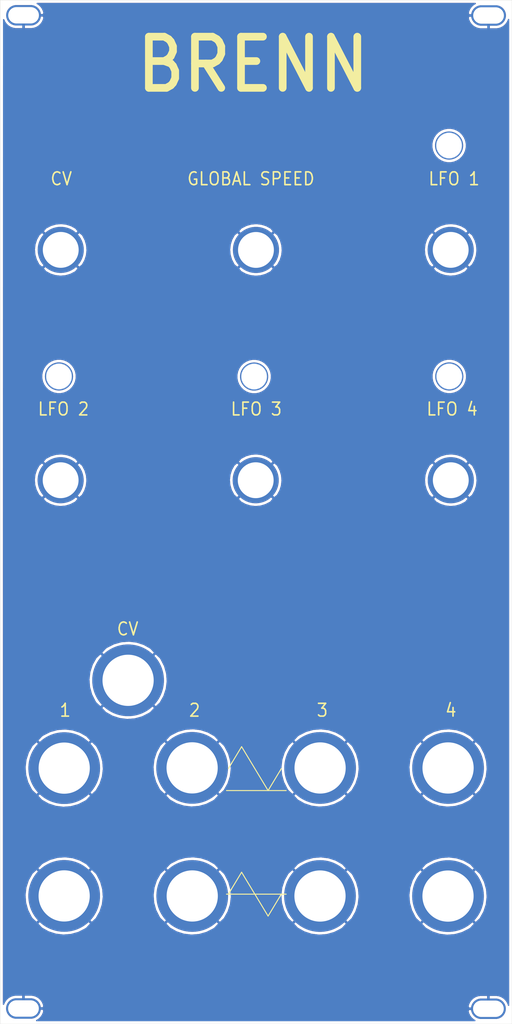
<source format=kicad_pcb>
(kicad_pcb (version 20171130) (host pcbnew "(5.1.9)-1")

  (general
    (thickness 1.6)
    (drawings 217)
    (tracks 0)
    (zones 0)
    (modules 23)
    (nets 2)
  )

  (page A4)
  (layers
    (0 F.Cu signal hide)
    (31 B.Cu signal hide)
    (32 B.Adhes user)
    (33 F.Adhes user)
    (34 B.Paste user)
    (35 F.Paste user)
    (36 B.SilkS user)
    (37 F.SilkS user)
    (38 B.Mask user)
    (39 F.Mask user)
    (40 Dwgs.User user hide)
    (41 Cmts.User user)
    (42 Eco1.User user)
    (43 Eco2.User user)
    (44 Edge.Cuts user)
    (45 Margin user)
    (46 B.CrtYd user)
    (47 F.CrtYd user)
    (48 B.Fab user)
    (49 F.Fab user)
  )

  (setup
    (last_trace_width 0.25)
    (trace_clearance 0.2)
    (zone_clearance 0.508)
    (zone_45_only no)
    (trace_min 0.2)
    (via_size 0.8)
    (via_drill 0.4)
    (via_min_size 0.4)
    (via_min_drill 0.3)
    (uvia_size 0.3)
    (uvia_drill 0.1)
    (uvias_allowed no)
    (uvia_min_size 0.2)
    (uvia_min_drill 0.1)
    (edge_width 0.05)
    (segment_width 0.2)
    (pcb_text_width 0.3)
    (pcb_text_size 1.5 1.5)
    (mod_edge_width 0.12)
    (mod_text_size 1 1)
    (mod_text_width 0.15)
    (pad_size 1.524 1.524)
    (pad_drill 0.762)
    (pad_to_mask_clearance 0)
    (aux_axis_origin 0 0)
    (visible_elements 7FFFFFFF)
    (pcbplotparams
      (layerselection 0x3ffff_ffffffff)
      (usegerberextensions false)
      (usegerberattributes true)
      (usegerberadvancedattributes true)
      (creategerberjobfile true)
      (excludeedgelayer true)
      (linewidth 0.100000)
      (plotframeref false)
      (viasonmask false)
      (mode 1)
      (useauxorigin false)
      (hpglpennumber 1)
      (hpglpenspeed 20)
      (hpglpendiameter 15.000000)
      (psnegative false)
      (psa4output false)
      (plotreference true)
      (plotvalue true)
      (plotinvisibletext false)
      (padsonsilk false)
      (subtractmaskfromsilk false)
      (outputformat 1)
      (mirror false)
      (drillshape 0)
      (scaleselection 1)
      (outputdirectory "Gerber/"))
  )

  (net 0 "")
  (net 1 GND)

  (net_class Default "This is the default net class."
    (clearance 0.2)
    (trace_width 0.25)
    (via_dia 0.8)
    (via_drill 0.4)
    (uvia_dia 0.3)
    (uvia_drill 0.1)
    (add_net GND)
  )

  (module Kosmo_panel:Kosmo_Panel_Slotted_Mounting_Hole (layer F.Cu) (tedit 5F6CB966) (tstamp 61217679)
    (at -108.64 202.57)
    (descr "Mounting Hole 3.2mm, M3")
    (tags "mounting hole 3.2mm m3")
    (path /612147DF)
    (attr virtual)
    (fp_text reference H1 (at 1.4 -4.2) (layer F.SilkS) hide
      (effects (font (size 1 1) (thickness 0.15)))
    )
    (fp_text value Mounting_Hole_Slotted (at 1.4 4.2) (layer F.Fab)
      (effects (font (size 1 1) (thickness 0.15)))
    )
    (fp_line (start 0 3.25) (end 2.8 3.25) (layer F.CrtYd) (width 0.05))
    (fp_line (start 0 -3.25) (end 2.8 -3.25) (layer F.CrtYd) (width 0.05))
    (fp_line (start 0 3) (end 2.8 3) (layer Cmts.User) (width 0.12))
    (fp_line (start 0 -3) (end 2.8 -3) (layer Cmts.User) (width 0.12))
    (fp_arc (start 0 0) (end 0 3.25) (angle 180) (layer F.CrtYd) (width 0.05))
    (fp_arc (start 2.8 0) (end 2.8 3.25) (angle -180) (layer F.CrtYd) (width 0.05))
    (fp_arc (start 0 0) (end 0 -3) (angle -180) (layer Cmts.User) (width 0.12))
    (fp_arc (start 2.8 0) (end 2.8 3) (angle -180) (layer Cmts.User) (width 0.12))
    (fp_text user %R (at 1.7 0) (layer F.Fab)
      (effects (font (size 1 1) (thickness 0.15)))
    )
    (pad 1 thru_hole oval (at 1.4 0) (size 6.8 4) (drill oval 6 3.2) (layers *.Cu *.Mask)
      (net 1 GND))
  )

  (module Kosmo_panel:Kosmo_LED_Hole (layer F.Cu) (tedit 5F6F25FC) (tstamp 612170B4)
    (at -62.18 79.14)
    (descr "Mounting Hole 6mm")
    (tags "mounting hole 6mm")
    (path /61218338)
    (attr virtual)
    (fp_text reference H2 (at 0 -6) (layer F.SilkS) hide
      (effects (font (size 1 1) (thickness 0.15)))
    )
    (fp_text value Led_Hole (at 0 6) (layer F.Fab)
      (effects (font (size 1 1) (thickness 0.15)))
    )
    (fp_circle (center 0 0) (end 4.25 0) (layer F.CrtYd) (width 0.05))
    (fp_circle (center 0 0) (end 4 0) (layer Cmts.User) (width 0.15))
    (fp_text user %R (at 0.3 0) (layer F.Fab)
      (effects (font (size 1 1) (thickness 0.15)))
    )
    (pad 1 thru_hole circle (at 0 0) (size 5.5 5.5) (drill 5) (layers *.Cu *.Mask))
  )

  (module Kosmo_panel:Kosmo_Pot_Hole (layer F.Cu) (tedit 5F6F2614) (tstamp 612170BC)
    (at -23.78 54.4)
    (descr "Mounting Hole 6mm")
    (tags "mounting hole 6mm")
    (path /6121A72C)
    (attr virtual)
    (fp_text reference H3 (at 0 -7) (layer F.SilkS) hide
      (effects (font (size 1 1) (thickness 0.15)))
    )
    (fp_text value Pot_Hole (at 0 7) (layer F.Fab)
      (effects (font (size 1 1) (thickness 0.15)))
    )
    (fp_circle (center 0 0) (end 6.25 0) (layer F.CrtYd) (width 0.05))
    (fp_circle (center 0 0) (end 6 0) (layer Cmts.User) (width 0.15))
    (fp_text user %R (at 0.3 0) (layer F.Fab)
      (effects (font (size 1 1) (thickness 0.15)))
    )
    (pad 1 thru_hole circle (at 0 0) (size 9 9) (drill 7) (layers *.Cu *.Mask)
      (net 1 GND))
  )

  (module Kosmo_panel:Kosmo_Jack_Hole (layer F.Cu) (tedit 5F6F25EE) (tstamp 612170C4)
    (at -74.27 180.59)
    (descr "Mounting Hole 6mm")
    (tags "mounting hole 6mm")
    (path /6121CEB2)
    (attr virtual)
    (fp_text reference H4 (at 0 -11) (layer F.SilkS) hide
      (effects (font (size 1 1) (thickness 0.15)))
    )
    (fp_text value Jack_Hole (at 0 11) (layer F.Fab)
      (effects (font (size 1 1) (thickness 0.15)))
    )
    (fp_circle (center 0 0) (end 9.5 0) (layer Cmts.User) (width 0.15))
    (fp_circle (center 0 0) (end 10 0) (layer F.CrtYd) (width 0.05))
    (fp_text user %R (at 0.3 0) (layer F.Fab)
      (effects (font (size 1 1) (thickness 0.15)))
    )
    (pad 1 thru_hole circle (at 0 0) (size 14 14) (drill 10) (layers *.Cu *.Mask)
      (net 1 GND))
  )

  (module Kosmo_panel:Kosmo_Pot_Hole (layer F.Cu) (tedit 5F6F2614) (tstamp 612170CC)
    (at -99.98 99.39)
    (descr "Mounting Hole 6mm")
    (tags "mounting hole 6mm")
    (path /6121AE30)
    (attr virtual)
    (fp_text reference H5 (at 0 -7) (layer F.SilkS) hide
      (effects (font (size 1 1) (thickness 0.15)))
    )
    (fp_text value Pot_Hole (at 0 7) (layer F.Fab)
      (effects (font (size 1 1) (thickness 0.15)))
    )
    (fp_circle (center 0 0) (end 6 0) (layer Cmts.User) (width 0.15))
    (fp_circle (center 0 0) (end 6.25 0) (layer F.CrtYd) (width 0.05))
    (fp_text user %R (at 0.3 0) (layer F.Fab)
      (effects (font (size 1 1) (thickness 0.15)))
    )
    (pad 1 thru_hole circle (at 0 0) (size 9 9) (drill 7) (layers *.Cu *.Mask)
      (net 1 GND))
  )

  (module Kosmo_panel:Kosmo_Jack_Hole (layer F.Cu) (tedit 5F6F25EE) (tstamp 612170D4)
    (at -24.29 155.59)
    (descr "Mounting Hole 6mm")
    (tags "mounting hole 6mm")
    (path /6121D28E)
    (attr virtual)
    (fp_text reference H6 (at 0 -11) (layer F.SilkS) hide
      (effects (font (size 1 1) (thickness 0.15)))
    )
    (fp_text value Jack_Hole (at 0 11) (layer F.Fab)
      (effects (font (size 1 1) (thickness 0.15)))
    )
    (fp_circle (center 0 0) (end 10 0) (layer F.CrtYd) (width 0.05))
    (fp_circle (center 0 0) (end 9.5 0) (layer Cmts.User) (width 0.15))
    (fp_text user %R (at 0.3 0) (layer F.Fab)
      (effects (font (size 1 1) (thickness 0.15)))
    )
    (pad 1 thru_hole circle (at 0 0) (size 14 14) (drill 10) (layers *.Cu *.Mask)
      (net 1 GND))
  )

  (module Kosmo_panel:Kosmo_Panel_Slotted_Mounting_Hole (layer F.Cu) (tedit 5F6CB966) (tstamp 612176BB)
    (at -108.62 8.58)
    (descr "Mounting Hole 3.2mm, M3")
    (tags "mounting hole 3.2mm m3")
    (path /612161B3)
    (attr virtual)
    (fp_text reference H7 (at 1.4 -4.2) (layer F.SilkS) hide
      (effects (font (size 1 1) (thickness 0.15)))
    )
    (fp_text value Mounting_Hole_Slotted (at 1.4 4.2) (layer F.Fab)
      (effects (font (size 1 1) (thickness 0.15)))
    )
    (fp_line (start 0 -3) (end 2.8 -3) (layer Cmts.User) (width 0.12))
    (fp_line (start 0 3) (end 2.8 3) (layer Cmts.User) (width 0.12))
    (fp_line (start 0 -3.25) (end 2.8 -3.25) (layer F.CrtYd) (width 0.05))
    (fp_line (start 0 3.25) (end 2.8 3.25) (layer F.CrtYd) (width 0.05))
    (fp_text user %R (at 1.7 0) (layer F.Fab)
      (effects (font (size 1 1) (thickness 0.15)))
    )
    (fp_arc (start 2.8 0) (end 2.8 3) (angle -180) (layer Cmts.User) (width 0.12))
    (fp_arc (start 0 0) (end 0 -3) (angle -180) (layer Cmts.User) (width 0.12))
    (fp_arc (start 2.8 0) (end 2.8 3.25) (angle -180) (layer F.CrtYd) (width 0.05))
    (fp_arc (start 0 0) (end 0 3.25) (angle 180) (layer F.CrtYd) (width 0.05))
    (pad 1 thru_hole oval (at 1.4 0) (size 6.8 4) (drill oval 6 3.2) (layers *.Cu *.Mask)
      (net 1 GND))
  )

  (module Kosmo_panel:Kosmo_LED_Hole (layer F.Cu) (tedit 5F6F25FC) (tstamp 612170EA)
    (at -24.05 79.12)
    (descr "Mounting Hole 6mm")
    (tags "mounting hole 6mm")
    (path /6121868B)
    (attr virtual)
    (fp_text reference H8 (at 0 -6) (layer F.SilkS) hide
      (effects (font (size 1 1) (thickness 0.15)))
    )
    (fp_text value Led_Hole (at 0 6) (layer F.Fab)
      (effects (font (size 1 1) (thickness 0.15)))
    )
    (fp_circle (center 0 0) (end 4 0) (layer Cmts.User) (width 0.15))
    (fp_circle (center 0 0) (end 4.25 0) (layer F.CrtYd) (width 0.05))
    (fp_text user %R (at 0.3 0) (layer F.Fab)
      (effects (font (size 1 1) (thickness 0.15)))
    )
    (pad 1 thru_hole circle (at 0 0) (size 5.5 5.5) (drill 5) (layers *.Cu *.Mask))
  )

  (module Kosmo_panel:Kosmo_Pot_Hole (layer F.Cu) (tedit 5F6F2614) (tstamp 612170F2)
    (at -61.87 99.39)
    (descr "Mounting Hole 6mm")
    (tags "mounting hole 6mm")
    (path /6121B2FC)
    (attr virtual)
    (fp_text reference H9 (at 0 -7) (layer F.SilkS) hide
      (effects (font (size 1 1) (thickness 0.15)))
    )
    (fp_text value Pot_Hole (at 0 7) (layer F.Fab)
      (effects (font (size 1 1) (thickness 0.15)))
    )
    (fp_circle (center 0 0) (end 6.25 0) (layer F.CrtYd) (width 0.05))
    (fp_circle (center 0 0) (end 6 0) (layer Cmts.User) (width 0.15))
    (fp_text user %R (at 0.3 0) (layer F.Fab)
      (effects (font (size 1 1) (thickness 0.15)))
    )
    (pad 1 thru_hole circle (at 0 0) (size 9 9) (drill 7) (layers *.Cu *.Mask)
      (net 1 GND))
  )

  (module Kosmo_panel:Kosmo_Jack_Hole (layer F.Cu) (tedit 5F6F25EE) (tstamp 612170FA)
    (at -86.8 138.47)
    (descr "Mounting Hole 6mm")
    (tags "mounting hole 6mm")
    (path /6121D721)
    (attr virtual)
    (fp_text reference H10 (at 0 -11) (layer F.SilkS) hide
      (effects (font (size 1 1) (thickness 0.15)))
    )
    (fp_text value Jack_Hole (at 0 11) (layer F.Fab)
      (effects (font (size 1 1) (thickness 0.15)))
    )
    (fp_circle (center 0 0) (end 9.5 0) (layer Cmts.User) (width 0.15))
    (fp_circle (center 0 0) (end 10 0) (layer F.CrtYd) (width 0.05))
    (fp_text user %R (at 0.3 0) (layer F.Fab)
      (effects (font (size 1 1) (thickness 0.15)))
    )
    (pad 1 thru_hole circle (at 0 0) (size 14 14) (drill 10) (layers *.Cu *.Mask)
      (net 1 GND))
  )

  (module Kosmo_panel:Kosmo_Panel_Slotted_Mounting_Hole (layer F.Cu) (tedit 5F6CB966) (tstamp 61217108)
    (at -17.81 202.62)
    (descr "Mounting Hole 3.2mm, M3")
    (tags "mounting hole 3.2mm m3")
    (path /612167C1)
    (attr virtual)
    (fp_text reference H11 (at 1.4 -4.2) (layer F.SilkS) hide
      (effects (font (size 1 1) (thickness 0.15)))
    )
    (fp_text value Mounting_Hole_Slotted (at 1.4 4.2) (layer F.Fab)
      (effects (font (size 1 1) (thickness 0.15)))
    )
    (fp_line (start 0 -3) (end 2.8 -3) (layer Cmts.User) (width 0.12))
    (fp_line (start 0 3) (end 2.8 3) (layer Cmts.User) (width 0.12))
    (fp_line (start 0 -3.25) (end 2.8 -3.25) (layer F.CrtYd) (width 0.05))
    (fp_line (start 0 3.25) (end 2.8 3.25) (layer F.CrtYd) (width 0.05))
    (fp_text user %R (at 1.7 0) (layer F.Fab)
      (effects (font (size 1 1) (thickness 0.15)))
    )
    (fp_arc (start 2.8 0) (end 2.8 3) (angle -180) (layer Cmts.User) (width 0.12))
    (fp_arc (start 0 0) (end 0 -3) (angle -180) (layer Cmts.User) (width 0.12))
    (fp_arc (start 2.8 0) (end 2.8 3.25) (angle -180) (layer F.CrtYd) (width 0.05))
    (fp_arc (start 0 0) (end 0 3.25) (angle 180) (layer F.CrtYd) (width 0.05))
    (pad 1 thru_hole oval (at 1.4 0) (size 6.8 4) (drill oval 6 3.2) (layers *.Cu *.Mask)
      (net 1 GND))
  )

  (module Kosmo_panel:Kosmo_LED_Hole (layer F.Cu) (tedit 5F6F25FC) (tstamp 61217110)
    (at -100.3 79.12)
    (descr "Mounting Hole 6mm")
    (tags "mounting hole 6mm")
    (path /61218ECE)
    (attr virtual)
    (fp_text reference H12 (at 0 -6) (layer F.SilkS) hide
      (effects (font (size 1 1) (thickness 0.15)))
    )
    (fp_text value Led_Hole (at 0 6) (layer F.Fab)
      (effects (font (size 1 1) (thickness 0.15)))
    )
    (fp_circle (center 0 0) (end 4.25 0) (layer F.CrtYd) (width 0.05))
    (fp_circle (center 0 0) (end 4 0) (layer Cmts.User) (width 0.15))
    (fp_text user %R (at 0.3 0) (layer F.Fab)
      (effects (font (size 1 1) (thickness 0.15)))
    )
    (pad 1 thru_hole circle (at 0 0) (size 5.5 5.5) (drill 5) (layers *.Cu *.Mask))
  )

  (module Kosmo_panel:Kosmo_Pot_Hole (layer F.Cu) (tedit 5F6F2614) (tstamp 61217118)
    (at -61.82 54.41)
    (descr "Mounting Hole 6mm")
    (tags "mounting hole 6mm")
    (path /6121B59B)
    (attr virtual)
    (fp_text reference H13 (at 0 -7) (layer F.SilkS) hide
      (effects (font (size 1 1) (thickness 0.15)))
    )
    (fp_text value Pot_Hole (at 0 7) (layer F.Fab)
      (effects (font (size 1 1) (thickness 0.15)))
    )
    (fp_circle (center 0 0) (end 6 0) (layer Cmts.User) (width 0.15))
    (fp_circle (center 0 0) (end 6.25 0) (layer F.CrtYd) (width 0.05))
    (fp_text user %R (at 0.3 0) (layer F.Fab)
      (effects (font (size 1 1) (thickness 0.15)))
    )
    (pad 1 thru_hole circle (at 0 0) (size 9 9) (drill 7) (layers *.Cu *.Mask)
      (net 1 GND))
  )

  (module Kosmo_panel:Kosmo_Jack_Hole (layer F.Cu) (tedit 5F6F25EE) (tstamp 61217120)
    (at -49.29 155.59)
    (descr "Mounting Hole 6mm")
    (tags "mounting hole 6mm")
    (path /6121DA9B)
    (attr virtual)
    (fp_text reference H14 (at 0 -11) (layer F.SilkS) hide
      (effects (font (size 1 1) (thickness 0.15)))
    )
    (fp_text value Jack_Hole (at 0 11) (layer F.Fab)
      (effects (font (size 1 1) (thickness 0.15)))
    )
    (fp_circle (center 0 0) (end 10 0) (layer F.CrtYd) (width 0.05))
    (fp_circle (center 0 0) (end 9.5 0) (layer Cmts.User) (width 0.15))
    (fp_text user %R (at 0.3 0) (layer F.Fab)
      (effects (font (size 1 1) (thickness 0.15)))
    )
    (pad 1 thru_hole circle (at 0 0) (size 14 14) (drill 10) (layers *.Cu *.Mask)
      (net 1 GND))
  )

  (module Kosmo_panel:Kosmo_Pot_Hole (layer F.Cu) (tedit 5F6F2614) (tstamp 61217128)
    (at -23.76 99.39)
    (descr "Mounting Hole 6mm")
    (tags "mounting hole 6mm")
    (path /6121BA93)
    (attr virtual)
    (fp_text reference H15 (at 0 -7) (layer F.SilkS) hide
      (effects (font (size 1 1) (thickness 0.15)))
    )
    (fp_text value Pot_Hole (at 0 7) (layer F.Fab)
      (effects (font (size 1 1) (thickness 0.15)))
    )
    (fp_circle (center 0 0) (end 6.25 0) (layer F.CrtYd) (width 0.05))
    (fp_circle (center 0 0) (end 6 0) (layer Cmts.User) (width 0.15))
    (fp_text user %R (at 0.3 0) (layer F.Fab)
      (effects (font (size 1 1) (thickness 0.15)))
    )
    (pad 1 thru_hole circle (at 0 0) (size 9 9) (drill 7) (layers *.Cu *.Mask)
      (net 1 GND))
  )

  (module Kosmo_panel:Kosmo_Jack_Hole (layer F.Cu) (tedit 5F6F25EE) (tstamp 61217130)
    (at -99.29 180.58)
    (descr "Mounting Hole 6mm")
    (tags "mounting hole 6mm")
    (path /6121DE4D)
    (attr virtual)
    (fp_text reference H16 (at 0 -11) (layer F.SilkS) hide
      (effects (font (size 1 1) (thickness 0.15)))
    )
    (fp_text value Jack_Hole (at 0 11) (layer F.Fab)
      (effects (font (size 1 1) (thickness 0.15)))
    )
    (fp_circle (center 0 0) (end 9.5 0) (layer Cmts.User) (width 0.15))
    (fp_circle (center 0 0) (end 10 0) (layer F.CrtYd) (width 0.05))
    (fp_text user %R (at 0.3 0) (layer F.Fab)
      (effects (font (size 1 1) (thickness 0.15)))
    )
    (pad 1 thru_hole circle (at 0 0) (size 14 14) (drill 10) (layers *.Cu *.Mask)
      (net 1 GND))
  )

  (module Kosmo_panel:Kosmo_Panel_Slotted_Mounting_Hole (layer F.Cu) (tedit 5F6CB966) (tstamp 6121713E)
    (at -17.78 8.62)
    (descr "Mounting Hole 3.2mm, M3")
    (tags "mounting hole 3.2mm m3")
    (path /61216C12)
    (attr virtual)
    (fp_text reference H17 (at 1.4 -4.2) (layer F.SilkS) hide
      (effects (font (size 1 1) (thickness 0.15)))
    )
    (fp_text value Mounting_Hole_Slotted (at 1.4 4.2) (layer F.Fab)
      (effects (font (size 1 1) (thickness 0.15)))
    )
    (fp_line (start 0 3.25) (end 2.8 3.25) (layer F.CrtYd) (width 0.05))
    (fp_line (start 0 -3.25) (end 2.8 -3.25) (layer F.CrtYd) (width 0.05))
    (fp_line (start 0 3) (end 2.8 3) (layer Cmts.User) (width 0.12))
    (fp_line (start 0 -3) (end 2.8 -3) (layer Cmts.User) (width 0.12))
    (fp_arc (start 0 0) (end 0 3.25) (angle 180) (layer F.CrtYd) (width 0.05))
    (fp_arc (start 2.8 0) (end 2.8 3.25) (angle -180) (layer F.CrtYd) (width 0.05))
    (fp_arc (start 0 0) (end 0 -3) (angle -180) (layer Cmts.User) (width 0.12))
    (fp_arc (start 2.8 0) (end 2.8 3) (angle -180) (layer Cmts.User) (width 0.12))
    (fp_text user %R (at 1.7 0) (layer F.Fab)
      (effects (font (size 1 1) (thickness 0.15)))
    )
    (pad 1 thru_hole oval (at 1.4 0) (size 6.8 4) (drill oval 6 3.2) (layers *.Cu *.Mask)
      (net 1 GND))
  )

  (module Kosmo_panel:Kosmo_LED_Hole (layer F.Cu) (tedit 5F6F25FC) (tstamp 61217146)
    (at -24.09 34.02)
    (descr "Mounting Hole 6mm")
    (tags "mounting hole 6mm")
    (path /61219A54)
    (attr virtual)
    (fp_text reference H18 (at 0 -6) (layer F.SilkS) hide
      (effects (font (size 1 1) (thickness 0.15)))
    )
    (fp_text value Led_Hole (at 0 6) (layer F.Fab)
      (effects (font (size 1 1) (thickness 0.15)))
    )
    (fp_circle (center 0 0) (end 4 0) (layer Cmts.User) (width 0.15))
    (fp_circle (center 0 0) (end 4.25 0) (layer F.CrtYd) (width 0.05))
    (fp_text user %R (at 0.3 0) (layer F.Fab)
      (effects (font (size 1 1) (thickness 0.15)))
    )
    (pad 1 thru_hole circle (at 0 0) (size 5.5 5.5) (drill 5) (layers *.Cu *.Mask))
  )

  (module Kosmo_panel:Kosmo_Pot_Hole (layer F.Cu) (tedit 5F6F2614) (tstamp 6121714E)
    (at -99.96 54.4)
    (descr "Mounting Hole 6mm")
    (tags "mounting hole 6mm")
    (path /6121C095)
    (attr virtual)
    (fp_text reference H19 (at 0 -7) (layer F.SilkS) hide
      (effects (font (size 1 1) (thickness 0.15)))
    )
    (fp_text value Pot_Hole (at 0 7) (layer F.Fab)
      (effects (font (size 1 1) (thickness 0.15)))
    )
    (fp_circle (center 0 0) (end 6 0) (layer Cmts.User) (width 0.15))
    (fp_circle (center 0 0) (end 6.25 0) (layer F.CrtYd) (width 0.05))
    (fp_text user %R (at 0.3 0) (layer F.Fab)
      (effects (font (size 1 1) (thickness 0.15)))
    )
    (pad 1 thru_hole circle (at 0 0) (size 9 9) (drill 7) (layers *.Cu *.Mask)
      (net 1 GND))
  )

  (module Kosmo_panel:Kosmo_Jack_Hole (layer F.Cu) (tedit 5F6F25EE) (tstamp 61217156)
    (at -24.3 180.61)
    (descr "Mounting Hole 6mm")
    (tags "mounting hole 6mm")
    (path /6121E3AE)
    (attr virtual)
    (fp_text reference H20 (at 0 -11) (layer F.SilkS) hide
      (effects (font (size 1 1) (thickness 0.15)))
    )
    (fp_text value Jack_Hole (at 0 11) (layer F.Fab)
      (effects (font (size 1 1) (thickness 0.15)))
    )
    (fp_circle (center 0 0) (end 10 0) (layer F.CrtYd) (width 0.05))
    (fp_circle (center 0 0) (end 9.5 0) (layer Cmts.User) (width 0.15))
    (fp_text user %R (at 0.3 0) (layer F.Fab)
      (effects (font (size 1 1) (thickness 0.15)))
    )
    (pad 1 thru_hole circle (at 0 0) (size 14 14) (drill 10) (layers *.Cu *.Mask)
      (net 1 GND))
  )

  (module Kosmo_panel:Kosmo_Jack_Hole (layer F.Cu) (tedit 5F6F25EE) (tstamp 6121715E)
    (at -49.31 180.6)
    (descr "Mounting Hole 6mm")
    (tags "mounting hole 6mm")
    (path /6121E9E4)
    (attr virtual)
    (fp_text reference H21 (at 0 -11) (layer F.SilkS) hide
      (effects (font (size 1 1) (thickness 0.15)))
    )
    (fp_text value Jack_Hole (at 0 11) (layer F.Fab)
      (effects (font (size 1 1) (thickness 0.15)))
    )
    (fp_circle (center 0 0) (end 9.5 0) (layer Cmts.User) (width 0.15))
    (fp_circle (center 0 0) (end 10 0) (layer F.CrtYd) (width 0.05))
    (fp_text user %R (at 0.3 0) (layer F.Fab)
      (effects (font (size 1 1) (thickness 0.15)))
    )
    (pad 1 thru_hole circle (at 0 0) (size 14 14) (drill 10) (layers *.Cu *.Mask)
      (net 1 GND))
  )

  (module Kosmo_panel:Kosmo_Jack_Hole (layer F.Cu) (tedit 5F6F25EE) (tstamp 61217166)
    (at -74.29 155.57)
    (descr "Mounting Hole 6mm")
    (tags "mounting hole 6mm")
    (path /6121EF51)
    (attr virtual)
    (fp_text reference H22 (at 0 -11) (layer F.SilkS) hide
      (effects (font (size 1 1) (thickness 0.15)))
    )
    (fp_text value Jack_Hole (at 0 11) (layer F.Fab)
      (effects (font (size 1 1) (thickness 0.15)))
    )
    (fp_circle (center 0 0) (end 10 0) (layer F.CrtYd) (width 0.05))
    (fp_circle (center 0 0) (end 9.5 0) (layer Cmts.User) (width 0.15))
    (fp_text user %R (at 0.3 0) (layer F.Fab)
      (effects (font (size 1 1) (thickness 0.15)))
    )
    (pad 1 thru_hole circle (at 0 0) (size 14 14) (drill 10) (layers *.Cu *.Mask)
      (net 1 GND))
  )

  (module Kosmo_panel:Kosmo_Jack_Hole (layer F.Cu) (tedit 5F6F25EE) (tstamp 6121716E)
    (at -99.28 155.62)
    (descr "Mounting Hole 6mm")
    (tags "mounting hole 6mm")
    (path /6121F430)
    (attr virtual)
    (fp_text reference H23 (at 0 -11) (layer F.SilkS) hide
      (effects (font (size 1 1) (thickness 0.15)))
    )
    (fp_text value Jack_Hole (at 0 11) (layer F.Fab)
      (effects (font (size 1 1) (thickness 0.15)))
    )
    (fp_circle (center 0 0) (end 9.5 0) (layer Cmts.User) (width 0.15))
    (fp_circle (center 0 0) (end 10 0) (layer F.CrtYd) (width 0.05))
    (fp_text user %R (at 0.3 0) (layer F.Fab)
      (effects (font (size 1 1) (thickness 0.15)))
    )
    (pad 1 thru_hole circle (at 0 0) (size 14 14) (drill 10) (layers *.Cu *.Mask)
      (net 1 GND))
  )

  (gr_line (start -111.8 205.59) (end -111.77 5.62) (layer Edge.Cuts) (width 0.05) (tstamp 612172E3))
  (gr_line (start -11.81 205.59) (end -111.8 205.59) (layer Edge.Cuts) (width 0.05))
  (gr_line (start -11.81 5.62) (end -11.81 205.59) (layer Edge.Cuts) (width 0.05))
  (gr_line (start -111.77 5.62) (end -11.81 5.62) (layer Edge.Cuts) (width 0.05))
  (gr_line (start -13.791038 17.603634) (end -109.791038 17.603634) (layer Dwgs.User) (width 0.2))
  (gr_line (start -73.964739 125.948633) (end -73.797339 127.648633) (layer Dwgs.User) (width 0.2))
  (gr_line (start -100.294238 50.980233) (end -99.617839 57.847033) (layer Dwgs.User) (width 0.2))
  (gr_line (start -20.322639 54.075433) (end -27.189439 54.751833) (layer Dwgs.User) (width 0.2))
  (gr_circle (center -99.956038 54.413633) (end -96.456038 54.413633) (layer Dwgs.User) (width 0.2))
  (gr_line (start -71.424738 125.948633) (end -71.257339 127.648633) (layer Dwgs.User) (width 0.2))
  (gr_line (start -57.791038 126.714633) (end -59.491039 126.882634) (layer Dwgs.User) (width 0.2))
  (gr_line (start -66.344738 125.948633) (end -66.177338 127.648633) (layer Dwgs.User) (width 0.2))
  (gr_line (start -67.951039 126.714633) (end -69.651038 126.882634) (layer Dwgs.User) (width 0.2))
  (gr_line (start -58.724739 125.948633) (end -58.557338 127.648633) (layer Dwgs.User) (width 0.2))
  (gr_line (start -58.382638 54.075433) (end -65.249438 54.751833) (layer Dwgs.User) (width 0.2))
  (gr_line (start -24.309572 76.690602) (end -23.831172 81.547202) (layer Dwgs.User) (width 0.2))
  (gr_line (start -61.264739 125.948633) (end -61.097338 127.648633) (layer Dwgs.User) (width 0.2))
  (gr_line (start -11.791038 5.603634) (end -111.791038 5.603634) (layer Dwgs.User) (width 0.2))
  (gr_line (start -24.094239 95.950233) (end -23.417838 102.817033) (layer Dwgs.User) (width 0.2))
  (gr_line (start -26.508572 79.359002) (end -21.642072 78.892726) (layer Dwgs.User) (width 0.2))
  (gr_circle (center -23.756038 54.413633) (end -20.256038 54.413633) (layer Dwgs.User) (width 0.2))
  (gr_circle (center -61.856039 99.388833) (end -58.356039 99.388833) (layer Dwgs.User) (width 0.2))
  (gr_line (start -64.625939 79.359333) (end -59.759438 78.893057) (layer Dwgs.User) (width 0.2))
  (gr_line (start -102.714238 79.358733) (end -97.847738 78.892457) (layer Dwgs.User) (width 0.2))
  (gr_line (start -24.315038 31.605333) (end -23.823038 36.601233) (layer Dwgs.User) (width 0.2))
  (gr_line (start -11.791038 205.603634) (end -11.791038 5.603634) (layer Dwgs.User) (width 0.2))
  (gr_circle (center -100.275405 79.125061) (end -97.775405 79.125061) (layer Dwgs.User) (width 0.2))
  (gr_line (start -60.331038 126.714633) (end -62.031039 126.882634) (layer Dwgs.User) (width 0.2))
  (gr_line (start -62.194238 95.955434) (end -61.517838 102.822233) (layer Dwgs.User) (width 0.2))
  (gr_line (start -62.871038 126.714633) (end -64.571038 126.882634) (layer Dwgs.User) (width 0.2))
  (gr_line (start -96.522639 99.045433) (end -103.389439 99.721833) (layer Dwgs.User) (width 0.2))
  (gr_circle (center -24.075895 34.033662) (end -21.575895 34.033662) (layer Dwgs.User) (width 0.2))
  (gr_line (start -63.804738 125.948633) (end -63.637338 127.648633) (layer Dwgs.User) (width 0.2))
  (gr_line (start -68.884738 125.948633) (end -68.717339 127.648633) (layer Dwgs.User) (width 0.2))
  (gr_line (start -111.791038 205.603634) (end -11.791038 205.603634) (layer Dwgs.User) (width 0.2))
  (gr_line (start -65.411038 126.714633) (end -67.111038 126.882634) (layer Dwgs.User) (width 0.2))
  (gr_circle (center -99.956038 99.383633) (end -96.456038 99.383633) (layer Dwgs.User) (width 0.2))
  (gr_line (start -62.154238 50.980233) (end -61.477838 57.847033) (layer Dwgs.User) (width 0.2))
  (gr_line (start -100.515238 76.690333) (end -100.036838 81.546933) (layer Dwgs.User) (width 0.2))
  (gr_line (start -13.791038 188.603634) (end -13.791038 17.603634) (layer Dwgs.User) (width 0.2))
  (gr_circle (center -23.756038 99.383633) (end -20.256038 99.383633) (layer Dwgs.User) (width 0.2))
  (gr_circle (center -62.187105 79.125661) (end -59.687105 79.125661) (layer Dwgs.User) (width 0.2))
  (gr_line (start -109.791038 17.603634) (end -109.791038 188.603634) (layer Dwgs.User) (width 0.2))
  (gr_line (start -24.094239 50.980233) (end -23.417838 57.847033) (layer Dwgs.User) (width 0.2))
  (gr_line (start -62.426938 76.690933) (end -61.948539 81.547533) (layer Dwgs.User) (width 0.2))
  (gr_line (start -73.031039 126.714633) (end -74.731039 126.882634) (layer Dwgs.User) (width 0.2))
  (gr_line (start -70.491038 126.714633) (end -72.191038 126.882634) (layer Dwgs.User) (width 0.2))
  (gr_line (start -109.791038 188.603634) (end -13.791038 188.603634) (layer Dwgs.User) (width 0.2))
  (gr_line (start -111.791038 5.603634) (end -111.791038 205.603634) (layer Dwgs.User) (width 0.2))
  (gr_line (start -100.294238 95.950233) (end -99.617839 102.817033) (layer Dwgs.User) (width 0.2))
  (gr_line (start -96.522639 54.075433) (end -103.389439 54.751833) (layer Dwgs.User) (width 0.2))
  (gr_circle (center -24.069739 79.125329) (end -21.569739 79.125329) (layer Dwgs.User) (width 0.2))
  (gr_line (start -26.504038 34.272833) (end -21.638038 33.793533) (layer Dwgs.User) (width 0.2))
  (gr_circle (center -61.816038 54.413633) (end -58.316038 54.413633) (layer Dwgs.User) (width 0.2))
  (gr_line (start -20.322639 99.045433) (end -27.189439 99.721833) (layer Dwgs.User) (width 0.2))
  (gr_line (start -58.422638 99.050633) (end -65.289438 99.727033) (layer Dwgs.User) (width 0.2))
  (gr_line (start -79.291038 180.603634) (end -69.291038 180.603634) (layer Dwgs.User) (width 0.2))
  (gr_line (start -54.291038 180.603634) (end -44.291038 180.603634) (layer Dwgs.User) (width 0.2))
  (gr_line (start -13.791038 122.617673) (end -109.791038 122.617673) (layer Dwgs.User) (width 0.2))
  (gr_line (start -53.644738 125.948633) (end -53.477339 127.648633) (layer Dwgs.User) (width 0.2))
  (gr_line (start -51.104738 125.948633) (end -50.937338 127.648633) (layer Dwgs.User) (width 0.2))
  (gr_line (start -67.577868 180.236448) (end -55.915863 180.236448) (layer F.SilkS) (width 0.2))
  (gr_line (start -110.391038 8.603634) (end -107.191038 8.603634) (layer Dwgs.User) (width 0.2))
  (gr_line (start -67.209977 180.236448) (end -64.623456 175.95126) (layer F.SilkS) (width 0.2))
  (gr_circle (center -99.291038 155.603634) (end -94.291038 155.603634) (layer Dwgs.User) (width 0.2))
  (gr_circle (center -74.291038 155.603634) (end -69.291038 155.603634) (layer Dwgs.User) (width 0.2))
  (gr_circle (center -24.291038 155.603634) (end -19.291038 155.603634) (layer Dwgs.User) (width 0.2))
  (gr_line (start -48.564738 125.948633) (end -48.397338 127.648633) (layer Dwgs.User) (width 0.2))
  (gr_line (start -49.291038 150.603634) (end -49.291038 160.603634) (layer Dwgs.User) (width 0.2))
  (gr_circle (center -24.291038 180.603634) (end -19.291038 180.603634) (layer Dwgs.User) (width 0.2))
  (gr_line (start -24.291038 175.603634) (end -24.291038 185.603634) (layer Dwgs.User) (width 0.2))
  (gr_line (start -56.184739 125.948633) (end -56.017339 127.648633) (layer Dwgs.User) (width 0.2))
  (gr_line (start -108.791038 7.003633) (end -108.791038 10.203633) (layer Dwgs.User) (width 0.2))
  (gr_line (start -109.791038 122.617673) (end -109.791038 188.603634) (layer Dwgs.User) (width 0.2))
  (gr_line (start -62.036934 180.236448) (end -64.623456 175.95126) (layer F.SilkS) (width 0.2))
  (gr_line (start -67.577868 160.000079) (end -55.915863 160.000079) (layer F.SilkS) (width 0.2))
  (gr_line (start -56.863892 155.714891) (end -59.450413 160.000079) (layer F.SilkS) (width 0.2))
  (gr_line (start -54.291038 155.603634) (end -44.291038 155.603634) (layer Dwgs.User) (width 0.2))
  (gr_circle (center -49.291038 180.603634) (end -44.291038 180.603634) (layer Dwgs.User) (width 0.2))
  (gr_line (start -74.291038 175.603634) (end -74.291038 185.603634) (layer Dwgs.User) (width 0.2))
  (gr_line (start -62.036934 155.714891) (end -59.450413 160.000079) (layer F.SilkS) (width 0.2) (tstamp 61217307))
  (gr_line (start -74.291038 150.603634) (end -74.291038 160.603634) (layer Dwgs.User) (width 0.2))
  (gr_line (start -86.791038 133.464861) (end -86.791038 143.464861) (layer Dwgs.User) (width 0.2))
  (gr_circle (center -74.291038 180.603634) (end -69.291038 180.603634) (layer Dwgs.User) (width 0.2))
  (gr_line (start -91.791038 138.464861) (end -81.791038 138.464861) (layer Dwgs.User) (width 0.2))
  (gr_circle (center -49.291038 155.603634) (end -44.291038 155.603634) (layer Dwgs.User) (width 0.2))
  (gr_line (start -104.291038 180.603634) (end -94.291038 180.603634) (layer Dwgs.User) (width 0.2))
  (gr_line (start -24.291038 150.603634) (end -24.291038 160.603634) (layer Dwgs.User) (width 0.2))
  (gr_circle (center -108.791038 202.603634) (end -107.191038 202.603634) (layer Dwgs.User) (width 0.2))
  (gr_line (start -14.791038 201.003633) (end -14.791038 204.203633) (layer Dwgs.User) (width 0.2))
  (gr_line (start -99.291038 150.603634) (end -99.291038 160.603634) (layer Dwgs.User) (width 0.2))
  (gr_line (start -110.391038 202.603634) (end -107.191038 202.603634) (layer Dwgs.User) (width 0.2))
  (gr_line (start -99.291038 175.603634) (end -99.291038 185.603634) (layer Dwgs.User) (width 0.2))
  (gr_line (start -50.171038 126.714633) (end -51.871038 126.882634) (layer Dwgs.User) (width 0.2))
  (gr_line (start -108.791038 201.003633) (end -108.791038 204.203633) (layer Dwgs.User) (width 0.2))
  (gr_line (start -16.391038 202.603634) (end -13.191038 202.603634) (layer Dwgs.User) (width 0.2))
  (gr_circle (center -108.791038 8.603634) (end -107.191038 8.603634) (layer Dwgs.User) (width 0.2))
  (gr_line (start -14.791038 7.003633) (end -14.791038 10.203633) (layer Dwgs.User) (width 0.2))
  (gr_circle (center -14.791038 8.603634) (end -13.191038 8.603634) (layer Dwgs.User) (width 0.2))
  (gr_line (start -104.291038 155.603634) (end -94.291038 155.603634) (layer Dwgs.User) (width 0.2))
  (gr_line (start -109.791038 188.603634) (end -14.463039 188.603634) (layer Dwgs.User) (width 0.2))
  (gr_line (start -56.863892 180.236448) (end -59.450413 184.521637) (layer F.SilkS) (width 0.2))
  (gr_circle (center -14.791038 202.603634) (end -13.191038 202.603634) (layer Dwgs.User) (width 0.2))
  (gr_line (start -16.391038 8.603634) (end -13.191038 8.603634) (layer Dwgs.User) (width 0.2))
  (gr_line (start -62.036934 180.236448) (end -59.450413 184.521637) (layer F.SilkS) (width 0.2))
  (gr_line (start -62.036934 155.714891) (end -64.623456 151.429702) (layer F.SilkS) (width 0.2) (tstamp 6121730A))
  (gr_line (start -67.209977 155.714891) (end -64.623456 151.429702) (layer F.SilkS) (width 0.2))
  (gr_line (start -79.291038 155.603634) (end -69.291038 155.603634) (layer Dwgs.User) (width 0.2))
  (gr_circle (center -99.291038 180.603634) (end -94.291038 180.603634) (layer Dwgs.User) (width 0.2))
  (gr_line (start -52.711039 126.714633) (end -54.411038 126.882634) (layer Dwgs.User) (width 0.2))
  (gr_line (start -55.251039 126.714633) (end -56.951039 126.882634) (layer Dwgs.User) (width 0.2))
  (gr_line (start -49.291038 175.603634) (end -49.291038 185.603634) (layer Dwgs.User) (width 0.2))
  (gr_line (start -29.291038 155.603634) (end -19.291038 155.603634) (layer Dwgs.User) (width 0.2))
  (gr_line (start -47.631038 126.714633) (end -49.331038 126.882634) (layer Dwgs.User) (width 0.2))
  (gr_line (start -29.291038 180.603634) (end -19.291038 180.603634) (layer Dwgs.User) (width 0.2))
  (gr_circle (center -86.791038 138.464861) (end -81.791038 138.464861) (layer Dwgs.User) (width 0.2))
  (gr_text CV (at -102.1532 41.980116) (layer F.SilkS)
    (effects (font (size 2.5 2.25) (thickness 0.3125)) (justify left bottom))
  )
  (gr_text "LFO 3" (at -66.934553 86.951822) (layer F.SilkS)
    (effects (font (size 2.5 2.25) (thickness 0.3125)) (justify left bottom))
  )
  (gr_text 2 (at -75.083627 145.781473) (layer F.SilkS)
    (effects (font (size 2.5 2.25) (thickness 0.3125)) (justify left bottom))
  )
  (gr_text "GLOBAL SPEED" (at -75.43898 41.981822) (layer F.SilkS)
    (effects (font (size 2.5 2.25) (thickness 0.3125)) (justify left bottom))
  )
  (gr_text "LFO 2" (at -104.616707 86.951822) (layer F.SilkS)
    (effects (font (size 2.5 2.25) (thickness 0.3125)) (justify left bottom))
  )
  (gr_text "LFO 4" (at -28.689646 86.951822) (layer F.SilkS)
    (effects (font (size 2.5 2.25) (thickness 0.3125)) (justify left bottom))
  )
  (gr_text 1 (at -100.361594 145.781473) (layer F.SilkS)
    (effects (font (size 2.5 2.25) (thickness 0.3125)) (justify left bottom))
  )
  (gr_text BRENN (at -85.87 24.06) (layer F.SilkS)
    (effects (font (size 10 9) (thickness 1.5)) (justify left bottom))
  )
  (gr_text "LFO 1" (at -28.30441 41.981822) (layer F.SilkS)
    (effects (font (size 2.5 2.25) (thickness 0.3125)) (justify left bottom))
  )
  (gr_text 4 (at -25.025646 145.771242) (layer F.SilkS)
    (effects (font (size 2.5 2.25) (thickness 0.3125)) (justify left bottom))
  )
  (gr_text 3 (at -50.127965 145.781473) (layer F.SilkS)
    (effects (font (size 2.5 2.25) (thickness 0.3125)) (justify left bottom))
  )
  (gr_text CV (at -89.18 129.9) (layer F.SilkS)
    (effects (font (size 2.5 2.25) (thickness 0.3125)) (justify left bottom))
  )
  (gr_line (start 283.631945 -1518.485687) (end 286.218466 -1518.485687) (layer Dwgs.User) (width 0.2))
  (gr_circle (center 236.877841 -1518.485687) (end 238.477841 -1518.485687) (layer Dwgs.User) (width 0.2))
  (gr_line (start 288.804988 -1518.485687) (end 286.218466 -1518.485687) (layer Dwgs.User) (width 0.2))
  (gr_line (start 329.277841 -1518.485687) (end 332.477841 -1518.485687) (layer Dwgs.User) (width 0.2))
  (gr_line (start 236.877841 -1518.485687) (end 236.877841 -1518.485687) (layer Dwgs.User) (width 0.2))
  (gr_circle (center 330.877841 -1518.485687) (end 332.477841 -1518.485687) (layer Dwgs.User) (width 0.2))
  (gr_line (start 288.804988 -1518.485687) (end 286.218466 -1518.485687) (layer Dwgs.User) (width 0.2))
  (gr_line (start 278.458902 -1518.485687) (end 281.045424 -1518.485687) (layer Dwgs.User) (width 0.2))
  (gr_line (start 283.631945 -1518.485687) (end 281.045424 -1518.485687) (layer Dwgs.User) (width 0.2))
  (gr_line (start 278.091011 -1518.485687) (end 289.753016 -1518.485687) (layer Dwgs.User) (width 0.2))
  (gr_line (start 283.631945 -1518.485687) (end 281.045424 -1518.485687) (layer Dwgs.User) (width 0.2))
  (gr_line (start 278.091011 -1518.485687) (end 289.753016 -1518.485687) (layer Dwgs.User) (width 0.2))
  (gr_line (start 278.458902 -1518.485687) (end 281.045424 -1518.485687) (layer Dwgs.User) (width 0.2))
  (gr_line (start 283.631945 -1518.485687) (end 286.218466 -1518.485687) (layer Dwgs.User) (width 0.2))
  (gr_line (start 330.877841 -1518.485687) (end 330.877841 -1518.485687) (layer Dwgs.User) (width 0.2))
  (gr_line (start 235.277841 -1518.485687) (end 238.477841 -1518.485687) (layer Dwgs.User) (width 0.2))
  (gr_line (start 297.104141 -1518.485687) (end 297.271541 -1518.485687) (layer Dwgs.User) (width 0.2))
  (gr_line (start 266.377841 -1518.485687) (end 276.377841 -1518.485687) (layer Dwgs.User) (width 0.2))
  (gr_circle (center 271.377841 -1518.485687) (end 276.377841 -1518.485687) (layer Dwgs.User) (width 0.2))
  (gr_line (start 235.877841 -1518.485687) (end 331.205841 -1518.485687) (layer Dwgs.User) (width 0.2))
  (gr_line (start 276.784141 -1518.485687) (end 276.951541 -1518.485687) (layer Dwgs.User) (width 0.2))
  (gr_line (start 287.246241 -1518.485687) (end 280.379441 -1518.485687) (layer Dwgs.User) (width 0.2))
  (gr_line (start 290.417841 -1518.485687) (end 288.717841 -1518.485687) (layer Dwgs.User) (width 0.2))
  (gr_line (start 281.864141 -1518.485687) (end 282.031541 -1518.485687) (layer Dwgs.User) (width 0.2))
  (gr_line (start 277.717841 -1518.485687) (end 276.017841 -1518.485687) (layer Dwgs.User) (width 0.2))
  (gr_line (start 274.244141 -1518.485687) (end 274.411541 -1518.485687) (layer Dwgs.User) (width 0.2))
  (gr_line (start 249.146241 -1518.485687) (end 242.279441 -1518.485687) (layer Dwgs.User) (width 0.2))
  (gr_line (start 280.257841 -1518.485687) (end 278.557841 -1518.485687) (layer Dwgs.User) (width 0.2))
  (gr_line (start 235.877841 -1518.485687) (end 235.877841 -1518.485687) (layer Dwgs.User) (width 0.2))
  (gr_circle (center 321.912841 -1518.485687) (end 325.412841 -1518.485687) (layer Dwgs.User) (width 0.2))
  (gr_line (start 331.877841 -1518.485687) (end 235.877841 -1518.485687) (layer Dwgs.User) (width 0.2))
  (gr_circle (center 246.377841 -1518.485687) (end 251.377841 -1518.485687) (layer Dwgs.User) (width 0.2))
  (gr_line (start 271.377841 -1518.485687) (end 271.377841 -1518.485687) (layer Dwgs.User) (width 0.2))
  (gr_line (start 266.377841 -1518.485687) (end 276.377841 -1518.485687) (layer Dwgs.User) (width 0.2))
  (gr_line (start 285.337841 -1518.485687) (end 283.637841 -1518.485687) (layer Dwgs.User) (width 0.2))
  (gr_line (start 272.637841 -1518.485687) (end 270.937841 -1518.485687) (layer Dwgs.User) (width 0.2))
  (gr_line (start 295.497841 -1518.485687) (end 293.797841 -1518.485687) (layer Dwgs.User) (width 0.2))
  (gr_line (start 294.564141 -1518.485687) (end 294.731541 -1518.485687) (layer Dwgs.User) (width 0.2))
  (gr_line (start 286.944141 -1518.485687) (end 287.111541 -1518.485687) (layer Dwgs.User) (width 0.2))
  (gr_line (start 325.346241 -1518.485687) (end 318.479441 -1518.485687) (layer Dwgs.User) (width 0.2))
  (gr_line (start 245.374641 -1518.485687) (end 246.051041 -1518.485687) (layer Dwgs.User) (width 0.2))
  (gr_line (start 275.177841 -1518.485687) (end 273.477841 -1518.485687) (layer Dwgs.User) (width 0.2))
  (gr_circle (center 245.712841 -1518.485687) (end 249.212841 -1518.485687) (layer Dwgs.User) (width 0.2))
  (gr_circle (center 246.377841 -1518.485687) (end 251.377841 -1518.485687) (layer Dwgs.User) (width 0.2))
  (gr_line (start 289.484141 -1518.485687) (end 289.651541 -1518.485687) (layer Dwgs.User) (width 0.2))
  (gr_line (start 287.877841 -1518.485687) (end 286.177841 -1518.485687) (layer Dwgs.User) (width 0.2))
  (gr_line (start 283.474641 -1518.485687) (end 284.151041 -1518.485687) (layer Dwgs.User) (width 0.2))
  (gr_line (start 241.377841 -1518.485687) (end 251.377841 -1518.485687) (layer Dwgs.User) (width 0.2))
  (gr_line (start 292.024141 -1518.485687) (end 292.191541 -1518.485687) (layer Dwgs.User) (width 0.2))
  (gr_line (start 298.037841 -1518.485687) (end 296.337841 -1518.485687) (layer Dwgs.User) (width 0.2))
  (gr_line (start 291.377841 -1518.485687) (end 301.377841 -1518.485687) (layer Dwgs.User) (width 0.2))
  (gr_line (start 296.377841 -1518.485687) (end 296.377841 -1518.485687) (layer Dwgs.User) (width 0.2))
  (gr_line (start 316.377841 -1518.485687) (end 326.377841 -1518.485687) (layer Dwgs.User) (width 0.2))
  (gr_line (start 271.704141 -1518.485687) (end 271.871541 -1518.485687) (layer Dwgs.User) (width 0.2))
  (gr_circle (center 321.377841 -1518.485687) (end 326.377841 -1518.485687) (layer Dwgs.User) (width 0.2))
  (gr_circle (center 296.377841 -1518.485687) (end 301.377841 -1518.485687) (layer Dwgs.User) (width 0.2))
  (gr_line (start 321.377841 -1518.485687) (end 321.377841 -1518.485687) (layer Dwgs.User) (width 0.2))
  (gr_line (start 321.574641 -1518.485687) (end 322.251041 -1518.485687) (layer Dwgs.User) (width 0.2))
  (gr_line (start 291.377841 -1518.485687) (end 301.377841 -1518.485687) (layer Dwgs.User) (width 0.2))
  (gr_line (start 246.377841 -1518.485687) (end 246.377841 -1518.485687) (layer Dwgs.User) (width 0.2))
  (gr_line (start 279.324141 -1518.485687) (end 279.491541 -1518.485687) (layer Dwgs.User) (width 0.2))
  (gr_line (start 258.877841 -1518.485687) (end 258.877841 -1518.485687) (layer Dwgs.User) (width 0.2))
  (gr_line (start 253.877841 -1518.485687) (end 263.877841 -1518.485687) (layer Dwgs.User) (width 0.2))
  (gr_circle (center 271.377841 -1518.485687) (end 276.377841 -1518.485687) (layer Dwgs.User) (width 0.2))
  (gr_line (start 292.957841 -1518.485687) (end 291.257841 -1518.485687) (layer Dwgs.User) (width 0.2))
  (gr_circle (center 258.877841 -1518.485687) (end 263.877841 -1518.485687) (layer Dwgs.User) (width 0.2))
  (gr_line (start 284.404141 -1518.485687) (end 284.571541 -1518.485687) (layer Dwgs.User) (width 0.2))
  (gr_line (start 246.377841 -1518.485687) (end 246.377841 -1518.485687) (layer Dwgs.User) (width 0.2))
  (gr_line (start 241.377841 -1518.485687) (end 251.377841 -1518.485687) (layer Dwgs.User) (width 0.2))
  (gr_line (start 321.377841 -1518.485687) (end 321.377841 -1518.485687) (layer Dwgs.User) (width 0.2))
  (gr_line (start 282.797841 -1518.485687) (end 281.097841 -1518.485687) (layer Dwgs.User) (width 0.2))
  (gr_line (start 316.377841 -1518.485687) (end 326.377841 -1518.485687) (layer Dwgs.User) (width 0.2))
  (gr_circle (center 283.812841 -1518.485687) (end 287.312841 -1518.485687) (layer Dwgs.User) (width 0.2))
  (gr_circle (center 321.377841 -1518.485687) (end 326.377841 -1518.485687) (layer Dwgs.User) (width 0.2))
  (gr_line (start 296.377841 -1518.485687) (end 296.377841 -1518.485687) (layer Dwgs.User) (width 0.2))
  (gr_circle (center 296.377841 -1518.485687) (end 301.377841 -1518.485687) (layer Dwgs.User) (width 0.2))
  (gr_line (start 271.377841 -1518.485687) (end 271.377841 -1518.485687) (layer Dwgs.User) (width 0.2))
  (gr_line (start 233.877841 1518.485687) (end 233.877841 -1518.485687) (layer Dwgs.User) (width 0.2))
  (gr_line (start 235.877841 -1518.485687) (end 331.877841 -1518.485687) (layer Dwgs.User) (width 0.2))
  (gr_line (start 233.877841 -1518.485687) (end 333.877841 -1518.485687) (layer Dwgs.User) (width 0.2))
  (gr_line (start 333.877841 -1518.485687) (end 333.877841 1518.485687) (layer Dwgs.User) (width 0.2))
  (gr_line (start 235.877841 1518.485687) (end 235.877841 -1518.485687) (layer Dwgs.User) (width 0.2))
  (gr_line (start 331.877841 -1518.485687) (end 331.877841 1518.485687) (layer Dwgs.User) (width 0.2))
  (gr_text "6 + 1" (at 277.107943 -1518.485687) (layer Dwgs.User)
    (effects (font (size 5 4.5) (thickness 0.625)) (justify left bottom))
  )
  (gr_text CV (at 256.48888 -1518.485687) (layer Dwgs.User)
    (effects (font (size 2.5 2.25) (thickness 0.3125)) (justify left bottom))
  )
  (gr_text 2 (at 270.585252 -1518.485687) (layer Dwgs.User)
    (effects (font (size 2.5 2.25) (thickness 0.3125)) (justify left bottom))
  )
  (gr_text 1 (at 245.307285 -1518.485687) (layer Dwgs.User)
    (effects (font (size 2.5 2.25) (thickness 0.3125)) (justify left bottom))
  )
  (gr_text 3 (at 295.540914 -1518.485687) (layer Dwgs.User)
    (effects (font (size 2.5 2.25) (thickness 0.3125)) (justify left bottom))
  )
  (gr_text 4 (at 320.643233 -1518.485687) (layer Dwgs.User)
    (effects (font (size 2.5 2.25) (thickness 0.3125)) (justify left bottom))
  )

  (zone (net 1) (net_name GND) (layer F.Cu) (tstamp 0) (hatch edge 0.508)
    (connect_pads (clearance 0.508))
    (min_thickness 0.254)
    (fill yes (arc_segments 32) (thermal_gap 0.508) (thermal_bridge_width 0.508))
    (polygon
      (pts
        (xy -122.42 -1.89) (xy -1.67 -1.89) (xy -1.67 212.98) (xy -122.42 212.98) (xy -122.43 -1.9)
      )
    )
    (filled_polygon
      (pts
        (xy -19.349525 6.499635) (xy -19.73303 6.846576) (xy -20.041481 7.261669) (xy -20.263025 7.728962) (xy -20.359667 8.082838)
        (xy -20.252991 8.493) (xy -16.507 8.493) (xy -16.507 8.473) (xy -16.253 8.473) (xy -16.253 8.493)
        (xy -16.233 8.493) (xy -16.233 8.747) (xy -16.253 8.747) (xy -16.253 11.255) (xy -14.853 11.255)
        (xy -14.341377 11.179593) (xy -13.854296 11.005822) (xy -13.410475 10.740365) (xy -13.02697 10.393424) (xy -12.718519 9.978331)
        (xy -12.496975 9.511038) (xy -12.47 9.412263) (xy -12.469999 201.937592) (xy -12.526975 201.728962) (xy -12.748519 201.261669)
        (xy -13.05697 200.846576) (xy -13.440475 200.499635) (xy -13.884296 200.234178) (xy -14.371377 200.060407) (xy -14.883 199.985)
        (xy -16.283 199.985) (xy -16.283 202.493) (xy -16.263 202.493) (xy -16.263 202.747) (xy -16.283 202.747)
        (xy -16.283 202.767) (xy -16.537 202.767) (xy -16.537 202.747) (xy -20.282991 202.747) (xy -20.389667 203.157162)
        (xy -20.293025 203.511038) (xy -20.071481 203.978331) (xy -19.76303 204.393424) (xy -19.379525 204.740365) (xy -19.062472 204.93)
        (xy -104.671124 204.93) (xy -104.270475 204.690365) (xy -103.88697 204.343424) (xy -103.578519 203.928331) (xy -103.356975 203.461038)
        (xy -103.260333 203.107162) (xy -103.367009 202.697) (xy -107.113 202.697) (xy -107.113 202.717) (xy -107.367 202.717)
        (xy -107.367 202.697) (xy -107.387 202.697) (xy -107.387 202.443) (xy -107.367 202.443) (xy -107.367 199.935)
        (xy -107.113 199.935) (xy -107.113 202.443) (xy -103.367009 202.443) (xy -103.273338 202.082838) (xy -20.389667 202.082838)
        (xy -20.282991 202.493) (xy -16.537 202.493) (xy -16.537 199.985) (xy -17.937 199.985) (xy -18.448623 200.060407)
        (xy -18.935704 200.234178) (xy -19.379525 200.499635) (xy -19.76303 200.846576) (xy -20.071481 201.261669) (xy -20.293025 201.728962)
        (xy -20.389667 202.082838) (xy -103.273338 202.082838) (xy -103.260333 202.032838) (xy -103.356975 201.678962) (xy -103.578519 201.211669)
        (xy -103.88697 200.796576) (xy -104.270475 200.449635) (xy -104.714296 200.184178) (xy -105.201377 200.010407) (xy -105.713 199.935)
        (xy -107.113 199.935) (xy -107.367 199.935) (xy -108.767 199.935) (xy -109.278623 200.010407) (xy -109.765704 200.184178)
        (xy -110.209525 200.449635) (xy -110.59303 200.796576) (xy -110.901481 201.211669) (xy -111.123025 201.678962) (xy -111.139422 201.739005)
        (xy -111.137059 185.981674) (xy -104.512068 185.981674) (xy -103.696092 186.86053) (xy -102.38616 187.599437) (xy -100.957244 188.068591)
        (xy -99.464257 188.249963) (xy -97.964572 188.136583) (xy -96.515824 187.732807) (xy -95.173686 187.054153) (xy -94.883908 186.86053)
        (xy -94.077217 185.991674) (xy -79.492068 185.991674) (xy -78.676092 186.87053) (xy -77.36616 187.609437) (xy -75.937244 188.078591)
        (xy -74.444257 188.259963) (xy -72.944572 188.146583) (xy -71.495824 187.742807) (xy -70.153686 187.064153) (xy -69.863908 186.87053)
        (xy -69.057217 186.001674) (xy -54.532068 186.001674) (xy -53.716092 186.88053) (xy -52.40616 187.619437) (xy -50.977244 188.088591)
        (xy -49.484257 188.269963) (xy -47.984572 188.156583) (xy -46.535824 187.752807) (xy -45.193686 187.074153) (xy -44.903908 186.88053)
        (xy -44.097217 186.011674) (xy -29.522068 186.011674) (xy -28.706092 186.89053) (xy -27.39616 187.629437) (xy -25.967244 188.098591)
        (xy -24.474257 188.279963) (xy -22.974572 188.166583) (xy -21.525824 187.762807) (xy -20.183686 187.084153) (xy -19.893908 186.89053)
        (xy -19.077932 186.011674) (xy -24.3 180.789605) (xy -29.522068 186.011674) (xy -44.097217 186.011674) (xy -44.087932 186.001674)
        (xy -49.31 180.779605) (xy -54.532068 186.001674) (xy -69.057217 186.001674) (xy -69.047932 185.991674) (xy -74.27 180.769605)
        (xy -79.492068 185.991674) (xy -94.077217 185.991674) (xy -94.067932 185.981674) (xy -99.29 180.759605) (xy -104.512068 185.981674)
        (xy -111.137059 185.981674) (xy -111.136222 180.405743) (xy -106.959963 180.405743) (xy -106.846583 181.905428) (xy -106.442807 183.354176)
        (xy -105.764153 184.696314) (xy -105.57053 184.986092) (xy -104.691674 185.802068) (xy -99.469605 180.58) (xy -99.110395 180.58)
        (xy -93.888326 185.802068) (xy -93.00947 184.986092) (xy -92.270563 183.67616) (xy -91.801409 182.247244) (xy -91.620037 180.754257)
        (xy -91.645629 180.415743) (xy -81.939963 180.415743) (xy -81.826583 181.915428) (xy -81.422807 183.364176) (xy -80.744153 184.706314)
        (xy -80.55053 184.996092) (xy -79.671674 185.812068) (xy -74.449605 180.59) (xy -74.090395 180.59) (xy -68.868326 185.812068)
        (xy -67.98947 184.996092) (xy -67.250563 183.68616) (xy -66.781409 182.257244) (xy -66.600037 180.764257) (xy -66.625629 180.425743)
        (xy -56.979963 180.425743) (xy -56.866583 181.925428) (xy -56.462807 183.374176) (xy -55.784153 184.716314) (xy -55.59053 185.006092)
        (xy -54.711674 185.822068) (xy -49.489605 180.6) (xy -49.130395 180.6) (xy -43.908326 185.822068) (xy -43.02947 185.006092)
        (xy -42.290563 183.69616) (xy -41.821409 182.267244) (xy -41.640037 180.774257) (xy -41.665629 180.435743) (xy -31.969963 180.435743)
        (xy -31.856583 181.935428) (xy -31.452807 183.384176) (xy -30.774153 184.726314) (xy -30.58053 185.016092) (xy -29.701674 185.832068)
        (xy -24.479605 180.61) (xy -24.120395 180.61) (xy -18.898326 185.832068) (xy -18.01947 185.016092) (xy -17.280563 183.70616)
        (xy -16.811409 182.277244) (xy -16.630037 180.784257) (xy -16.743417 179.284572) (xy -17.147193 177.835824) (xy -17.825847 176.493686)
        (xy -18.01947 176.203908) (xy -18.898326 175.387932) (xy -24.120395 180.61) (xy -24.479605 180.61) (xy -29.701674 175.387932)
        (xy -30.58053 176.203908) (xy -31.319437 177.51384) (xy -31.788591 178.942756) (xy -31.969963 180.435743) (xy -41.665629 180.435743)
        (xy -41.753417 179.274572) (xy -42.157193 177.825824) (xy -42.835847 176.483686) (xy -43.02947 176.193908) (xy -43.908326 175.377932)
        (xy -49.130395 180.6) (xy -49.489605 180.6) (xy -54.711674 175.377932) (xy -55.59053 176.193908) (xy -56.329437 177.50384)
        (xy -56.798591 178.932756) (xy -56.979963 180.425743) (xy -66.625629 180.425743) (xy -66.713417 179.264572) (xy -67.117193 177.815824)
        (xy -67.795847 176.473686) (xy -67.98947 176.183908) (xy -68.868326 175.367932) (xy -74.090395 180.59) (xy -74.449605 180.59)
        (xy -79.671674 175.367932) (xy -80.55053 176.183908) (xy -81.289437 177.49384) (xy -81.758591 178.922756) (xy -81.939963 180.415743)
        (xy -91.645629 180.415743) (xy -91.733417 179.254572) (xy -92.137193 177.805824) (xy -92.815847 176.463686) (xy -93.00947 176.173908)
        (xy -93.888326 175.357932) (xy -99.110395 180.58) (xy -99.469605 180.58) (xy -104.691674 175.357932) (xy -105.57053 176.173908)
        (xy -106.309437 177.48384) (xy -106.778591 178.912756) (xy -106.959963 180.405743) (xy -111.136222 180.405743) (xy -111.135438 175.178326)
        (xy -104.512068 175.178326) (xy -99.29 180.400395) (xy -94.077932 175.188326) (xy -79.492068 175.188326) (xy -74.27 180.410395)
        (xy -69.057932 175.198326) (xy -54.532068 175.198326) (xy -49.31 180.420395) (xy -44.097932 175.208326) (xy -29.522068 175.208326)
        (xy -24.3 180.430395) (xy -19.077932 175.208326) (xy -19.893908 174.32947) (xy -21.20384 173.590563) (xy -22.632756 173.121409)
        (xy -24.125743 172.940037) (xy -25.625428 173.053417) (xy -27.074176 173.457193) (xy -28.416314 174.135847) (xy -28.706092 174.32947)
        (xy -29.522068 175.208326) (xy -44.097932 175.208326) (xy -44.087932 175.198326) (xy -44.903908 174.31947) (xy -46.21384 173.580563)
        (xy -47.642756 173.111409) (xy -49.135743 172.930037) (xy -50.635428 173.043417) (xy -52.084176 173.447193) (xy -53.426314 174.125847)
        (xy -53.716092 174.31947) (xy -54.532068 175.198326) (xy -69.057932 175.198326) (xy -69.047932 175.188326) (xy -69.863908 174.30947)
        (xy -71.17384 173.570563) (xy -72.602756 173.101409) (xy -74.095743 172.920037) (xy -75.595428 173.033417) (xy -77.044176 173.437193)
        (xy -78.386314 174.115847) (xy -78.676092 174.30947) (xy -79.492068 175.188326) (xy -94.077932 175.188326) (xy -94.067932 175.178326)
        (xy -94.883908 174.29947) (xy -96.19384 173.560563) (xy -97.622756 173.091409) (xy -99.115743 172.910037) (xy -100.615428 173.023417)
        (xy -102.064176 173.427193) (xy -103.406314 174.105847) (xy -103.696092 174.29947) (xy -104.512068 175.178326) (xy -111.135438 175.178326)
        (xy -111.133315 161.021674) (xy -104.502068 161.021674) (xy -103.686092 161.90053) (xy -102.37616 162.639437) (xy -100.947244 163.108591)
        (xy -99.454257 163.289963) (xy -97.954572 163.176583) (xy -96.505824 162.772807) (xy -95.163686 162.094153) (xy -94.873908 161.90053)
        (xy -94.057932 161.021674) (xy -94.107931 160.971674) (xy -79.512068 160.971674) (xy -78.696092 161.85053) (xy -77.38616 162.589437)
        (xy -75.957244 163.058591) (xy -74.464257 163.239963) (xy -72.964572 163.126583) (xy -71.515824 162.722807) (xy -70.173686 162.044153)
        (xy -69.883908 161.85053) (xy -69.086502 160.991674) (xy -54.512068 160.991674) (xy -53.696092 161.87053) (xy -52.38616 162.609437)
        (xy -50.957244 163.078591) (xy -49.464257 163.259963) (xy -47.964572 163.146583) (xy -46.515824 162.742807) (xy -45.173686 162.064153)
        (xy -44.883908 161.87053) (xy -44.067932 160.991674) (xy -29.512068 160.991674) (xy -28.696092 161.87053) (xy -27.38616 162.609437)
        (xy -25.957244 163.078591) (xy -24.464257 163.259963) (xy -22.964572 163.146583) (xy -21.515824 162.742807) (xy -20.173686 162.064153)
        (xy -19.883908 161.87053) (xy -19.067932 160.991674) (xy -24.29 155.769605) (xy -29.512068 160.991674) (xy -44.067932 160.991674)
        (xy -49.29 155.769605) (xy -54.512068 160.991674) (xy -69.086502 160.991674) (xy -69.067932 160.971674) (xy -74.29 155.749605)
        (xy -79.512068 160.971674) (xy -94.107931 160.971674) (xy -99.28 155.799605) (xy -104.502068 161.021674) (xy -111.133315 161.021674)
        (xy -111.132478 155.445743) (xy -106.949963 155.445743) (xy -106.836583 156.945428) (xy -106.432807 158.394176) (xy -105.754153 159.736314)
        (xy -105.56053 160.026092) (xy -104.681674 160.842068) (xy -99.459605 155.62) (xy -99.100395 155.62) (xy -93.878326 160.842068)
        (xy -92.99947 160.026092) (xy -92.260563 158.71616) (xy -91.791409 157.287244) (xy -91.610037 155.794257) (xy -91.640165 155.395743)
        (xy -81.959963 155.395743) (xy -81.846583 156.895428) (xy -81.442807 158.344176) (xy -80.764153 159.686314) (xy -80.57053 159.976092)
        (xy -79.691674 160.792068) (xy -74.469605 155.57) (xy -74.110395 155.57) (xy -68.888326 160.792068) (xy -68.00947 159.976092)
        (xy -67.270563 158.66616) (xy -66.801409 157.237244) (xy -66.620037 155.744257) (xy -66.644873 155.415743) (xy -56.959963 155.415743)
        (xy -56.846583 156.915428) (xy -56.442807 158.364176) (xy -55.764153 159.706314) (xy -55.57053 159.996092) (xy -54.691674 160.812068)
        (xy -49.469605 155.59) (xy -49.110395 155.59) (xy -43.888326 160.812068) (xy -43.00947 159.996092) (xy -42.270563 158.68616)
        (xy -41.801409 157.257244) (xy -41.620037 155.764257) (xy -41.646385 155.415743) (xy -31.959963 155.415743) (xy -31.846583 156.915428)
        (xy -31.442807 158.364176) (xy -30.764153 159.706314) (xy -30.57053 159.996092) (xy -29.691674 160.812068) (xy -24.469605 155.59)
        (xy -24.110395 155.59) (xy -18.888326 160.812068) (xy -18.00947 159.996092) (xy -17.270563 158.68616) (xy -16.801409 157.257244)
        (xy -16.620037 155.764257) (xy -16.733417 154.264572) (xy -17.137193 152.815824) (xy -17.815847 151.473686) (xy -18.00947 151.183908)
        (xy -18.888326 150.367932) (xy -24.110395 155.59) (xy -24.469605 155.59) (xy -29.691674 150.367932) (xy -30.57053 151.183908)
        (xy -31.309437 152.49384) (xy -31.778591 153.922756) (xy -31.959963 155.415743) (xy -41.646385 155.415743) (xy -41.733417 154.264572)
        (xy -42.137193 152.815824) (xy -42.815847 151.473686) (xy -43.00947 151.183908) (xy -43.888326 150.367932) (xy -49.110395 155.59)
        (xy -49.469605 155.59) (xy -54.691674 150.367932) (xy -55.57053 151.183908) (xy -56.309437 152.49384) (xy -56.778591 153.922756)
        (xy -56.959963 155.415743) (xy -66.644873 155.415743) (xy -66.733417 154.244572) (xy -67.137193 152.795824) (xy -67.815847 151.453686)
        (xy -68.00947 151.163908) (xy -68.888326 150.347932) (xy -74.110395 155.57) (xy -74.469605 155.57) (xy -79.691674 150.347932)
        (xy -80.57053 151.163908) (xy -81.309437 152.47384) (xy -81.778591 153.902756) (xy -81.959963 155.395743) (xy -91.640165 155.395743)
        (xy -91.723417 154.294572) (xy -92.127193 152.845824) (xy -92.805847 151.503686) (xy -92.99947 151.213908) (xy -93.878326 150.397932)
        (xy -99.100395 155.62) (xy -99.459605 155.62) (xy -104.681674 150.397932) (xy -105.56053 151.213908) (xy -106.299437 152.52384)
        (xy -106.768591 153.952756) (xy -106.949963 155.445743) (xy -111.132478 155.445743) (xy -111.131694 150.218326) (xy -104.502068 150.218326)
        (xy -99.28 155.440395) (xy -94.057932 150.218326) (xy -94.104354 150.168326) (xy -79.512068 150.168326) (xy -74.29 155.390395)
        (xy -69.087932 150.188326) (xy -54.512068 150.188326) (xy -49.29 155.410395) (xy -44.067932 150.188326) (xy -29.512068 150.188326)
        (xy -24.29 155.410395) (xy -19.067932 150.188326) (xy -19.883908 149.30947) (xy -21.19384 148.570563) (xy -22.622756 148.101409)
        (xy -24.115743 147.920037) (xy -25.615428 148.033417) (xy -27.064176 148.437193) (xy -28.406314 149.115847) (xy -28.696092 149.30947)
        (xy -29.512068 150.188326) (xy -44.067932 150.188326) (xy -44.883908 149.30947) (xy -46.19384 148.570563) (xy -47.622756 148.101409)
        (xy -49.115743 147.920037) (xy -50.615428 148.033417) (xy -52.064176 148.437193) (xy -53.406314 149.115847) (xy -53.696092 149.30947)
        (xy -54.512068 150.188326) (xy -69.087932 150.188326) (xy -69.067932 150.168326) (xy -69.883908 149.28947) (xy -71.19384 148.550563)
        (xy -72.622756 148.081409) (xy -74.115743 147.900037) (xy -75.615428 148.013417) (xy -77.064176 148.417193) (xy -78.406314 149.095847)
        (xy -78.696092 149.28947) (xy -79.512068 150.168326) (xy -94.104354 150.168326) (xy -94.873908 149.33947) (xy -96.18384 148.600563)
        (xy -97.612756 148.131409) (xy -99.105743 147.950037) (xy -100.605428 148.063417) (xy -102.054176 148.467193) (xy -103.396314 149.145847)
        (xy -103.686092 149.33947) (xy -104.502068 150.218326) (xy -111.131694 150.218326) (xy -111.130743 143.871674) (xy -92.022068 143.871674)
        (xy -91.206092 144.75053) (xy -89.89616 145.489437) (xy -88.467244 145.958591) (xy -86.974257 146.139963) (xy -85.474572 146.026583)
        (xy -84.025824 145.622807) (xy -82.683686 144.944153) (xy -82.393908 144.75053) (xy -81.577932 143.871674) (xy -86.8 138.649605)
        (xy -92.022068 143.871674) (xy -111.130743 143.871674) (xy -111.129906 138.295743) (xy -94.469963 138.295743) (xy -94.356583 139.795428)
        (xy -93.952807 141.244176) (xy -93.274153 142.586314) (xy -93.08053 142.876092) (xy -92.201674 143.692068) (xy -86.979605 138.47)
        (xy -86.620395 138.47) (xy -81.398326 143.692068) (xy -80.51947 142.876092) (xy -79.780563 141.56616) (xy -79.311409 140.137244)
        (xy -79.130037 138.644257) (xy -79.243417 137.144572) (xy -79.647193 135.695824) (xy -80.325847 134.353686) (xy -80.51947 134.063908)
        (xy -81.398326 133.247932) (xy -86.620395 138.47) (xy -86.979605 138.47) (xy -92.201674 133.247932) (xy -93.08053 134.063908)
        (xy -93.819437 135.37384) (xy -94.288591 136.802756) (xy -94.469963 138.295743) (xy -111.129906 138.295743) (xy -111.129122 133.068326)
        (xy -92.022068 133.068326) (xy -86.8 138.290395) (xy -81.577932 133.068326) (xy -82.393908 132.18947) (xy -83.70384 131.450563)
        (xy -85.132756 130.981409) (xy -86.625743 130.800037) (xy -88.125428 130.913417) (xy -89.574176 131.317193) (xy -90.916314 131.995847)
        (xy -91.206092 132.18947) (xy -92.022068 133.068326) (xy -111.129122 133.068326) (xy -111.124613 103.014971) (xy -103.425366 103.014971)
        (xy -102.909217 103.637788) (xy -102.024232 104.12763) (xy -101.060686 104.435407) (xy -100.055611 104.549293) (xy -99.04763 104.46491)
        (xy -98.07548 104.185501) (xy -97.176519 103.721803) (xy -97.050783 103.637788) (xy -96.534634 103.014971) (xy -65.315366 103.014971)
        (xy -64.799217 103.637788) (xy -63.914232 104.12763) (xy -62.950686 104.435407) (xy -61.945611 104.549293) (xy -60.93763 104.46491)
        (xy -59.96548 104.185501) (xy -59.066519 103.721803) (xy -58.940783 103.637788) (xy -58.424634 103.014971) (xy -27.205366 103.014971)
        (xy -26.689217 103.637788) (xy -25.804232 104.12763) (xy -24.840686 104.435407) (xy -23.835611 104.549293) (xy -22.82763 104.46491)
        (xy -21.85548 104.185501) (xy -20.956519 103.721803) (xy -20.830783 103.637788) (xy -20.314634 103.014971) (xy -23.76 99.569605)
        (xy -27.205366 103.014971) (xy -58.424634 103.014971) (xy -61.87 99.569605) (xy -65.315366 103.014971) (xy -96.534634 103.014971)
        (xy -99.98 99.569605) (xy -103.425366 103.014971) (xy -111.124613 103.014971) (xy -111.124057 99.314389) (xy -105.139293 99.314389)
        (xy -105.05491 100.32237) (xy -104.775501 101.29452) (xy -104.311803 102.193481) (xy -104.227788 102.319217) (xy -103.604971 102.835366)
        (xy -100.159605 99.39) (xy -99.800395 99.39) (xy -96.355029 102.835366) (xy -95.732212 102.319217) (xy -95.24237 101.434232)
        (xy -94.934593 100.470686) (xy -94.820707 99.465611) (xy -94.833366 99.314389) (xy -67.029293 99.314389) (xy -66.94491 100.32237)
        (xy -66.665501 101.29452) (xy -66.201803 102.193481) (xy -66.117788 102.319217) (xy -65.494971 102.835366) (xy -62.049605 99.39)
        (xy -61.690395 99.39) (xy -58.245029 102.835366) (xy -57.622212 102.319217) (xy -57.13237 101.434232) (xy -56.824593 100.470686)
        (xy -56.710707 99.465611) (xy -56.723366 99.314389) (xy -28.919293 99.314389) (xy -28.83491 100.32237) (xy -28.555501 101.29452)
        (xy -28.091803 102.193481) (xy -28.007788 102.319217) (xy -27.384971 102.835366) (xy -23.939605 99.39) (xy -23.580395 99.39)
        (xy -20.135029 102.835366) (xy -19.512212 102.319217) (xy -19.02237 101.434232) (xy -18.714593 100.470686) (xy -18.600707 99.465611)
        (xy -18.68509 98.45763) (xy -18.964499 97.48548) (xy -19.428197 96.586519) (xy -19.512212 96.460783) (xy -20.135029 95.944634)
        (xy -23.580395 99.39) (xy -23.939605 99.39) (xy -27.384971 95.944634) (xy -28.007788 96.460783) (xy -28.49763 97.345768)
        (xy -28.805407 98.309314) (xy -28.919293 99.314389) (xy -56.723366 99.314389) (xy -56.79509 98.45763) (xy -57.074499 97.48548)
        (xy -57.538197 96.586519) (xy -57.622212 96.460783) (xy -58.245029 95.944634) (xy -61.690395 99.39) (xy -62.049605 99.39)
        (xy -65.494971 95.944634) (xy -66.117788 96.460783) (xy -66.60763 97.345768) (xy -66.915407 98.309314) (xy -67.029293 99.314389)
        (xy -94.833366 99.314389) (xy -94.90509 98.45763) (xy -95.184499 97.48548) (xy -95.648197 96.586519) (xy -95.732212 96.460783)
        (xy -96.355029 95.944634) (xy -99.800395 99.39) (xy -100.159605 99.39) (xy -103.604971 95.944634) (xy -104.227788 96.460783)
        (xy -104.71763 97.345768) (xy -105.025407 98.309314) (xy -105.139293 99.314389) (xy -111.124057 99.314389) (xy -111.123525 95.765029)
        (xy -103.425366 95.765029) (xy -99.98 99.210395) (xy -96.534634 95.765029) (xy -65.315366 95.765029) (xy -61.87 99.210395)
        (xy -58.424634 95.765029) (xy -27.205366 95.765029) (xy -23.76 99.210395) (xy -20.314634 95.765029) (xy -20.830783 95.142212)
        (xy -21.715768 94.65237) (xy -22.679314 94.344593) (xy -23.684389 94.230707) (xy -24.69237 94.31509) (xy -25.66452 94.594499)
        (xy -26.563481 95.058197) (xy -26.689217 95.142212) (xy -27.205366 95.765029) (xy -58.424634 95.765029) (xy -58.940783 95.142212)
        (xy -59.825768 94.65237) (xy -60.789314 94.344593) (xy -61.794389 94.230707) (xy -62.80237 94.31509) (xy -63.77452 94.594499)
        (xy -64.673481 95.058197) (xy -64.799217 95.142212) (xy -65.315366 95.765029) (xy -96.534634 95.765029) (xy -97.050783 95.142212)
        (xy -97.935768 94.65237) (xy -98.899314 94.344593) (xy -99.904389 94.230707) (xy -100.91237 94.31509) (xy -101.88452 94.594499)
        (xy -102.783481 95.058197) (xy -102.909217 95.142212) (xy -103.425366 95.765029) (xy -111.123525 95.765029) (xy -111.120978 78.786607)
        (xy -103.685 78.786607) (xy -103.685 79.453393) (xy -103.554917 80.107368) (xy -103.299748 80.723399) (xy -102.929302 81.277812)
        (xy -102.457812 81.749302) (xy -101.903399 82.119748) (xy -101.287368 82.374917) (xy -100.633393 82.505) (xy -99.966607 82.505)
        (xy -99.312632 82.374917) (xy -98.696601 82.119748) (xy -98.142188 81.749302) (xy -97.670698 81.277812) (xy -97.300252 80.723399)
        (xy -97.045083 80.107368) (xy -96.915 79.453393) (xy -96.915 78.806607) (xy -65.565 78.806607) (xy -65.565 79.473393)
        (xy -65.434917 80.127368) (xy -65.179748 80.743399) (xy -64.809302 81.297812) (xy -64.337812 81.769302) (xy -63.783399 82.139748)
        (xy -63.167368 82.394917) (xy -62.513393 82.525) (xy -61.846607 82.525) (xy -61.192632 82.394917) (xy -60.576601 82.139748)
        (xy -60.022188 81.769302) (xy -59.550698 81.297812) (xy -59.180252 80.743399) (xy -58.925083 80.127368) (xy -58.795 79.473393)
        (xy -58.795 78.806607) (xy -58.798978 78.786607) (xy -27.435 78.786607) (xy -27.435 79.453393) (xy -27.304917 80.107368)
        (xy -27.049748 80.723399) (xy -26.679302 81.277812) (xy -26.207812 81.749302) (xy -25.653399 82.119748) (xy -25.037368 82.374917)
        (xy -24.383393 82.505) (xy -23.716607 82.505) (xy -23.062632 82.374917) (xy -22.446601 82.119748) (xy -21.892188 81.749302)
        (xy -21.420698 81.277812) (xy -21.050252 80.723399) (xy -20.795083 80.107368) (xy -20.665 79.453393) (xy -20.665 78.786607)
        (xy -20.795083 78.132632) (xy -21.050252 77.516601) (xy -21.420698 76.962188) (xy -21.892188 76.490698) (xy -22.446601 76.120252)
        (xy -23.062632 75.865083) (xy -23.716607 75.735) (xy -24.383393 75.735) (xy -25.037368 75.865083) (xy -25.653399 76.120252)
        (xy -26.207812 76.490698) (xy -26.679302 76.962188) (xy -27.049748 77.516601) (xy -27.304917 78.132632) (xy -27.435 78.786607)
        (xy -58.798978 78.786607) (xy -58.925083 78.152632) (xy -59.180252 77.536601) (xy -59.550698 76.982188) (xy -60.022188 76.510698)
        (xy -60.576601 76.140252) (xy -61.192632 75.885083) (xy -61.846607 75.755) (xy -62.513393 75.755) (xy -63.167368 75.885083)
        (xy -63.783399 76.140252) (xy -64.337812 76.510698) (xy -64.809302 76.982188) (xy -65.179748 77.536601) (xy -65.434917 78.152632)
        (xy -65.565 78.806607) (xy -96.915 78.806607) (xy -96.915 78.786607) (xy -97.045083 78.132632) (xy -97.300252 77.516601)
        (xy -97.670698 76.962188) (xy -98.142188 76.490698) (xy -98.696601 76.120252) (xy -99.312632 75.865083) (xy -99.966607 75.735)
        (xy -100.633393 75.735) (xy -101.287368 75.865083) (xy -101.903399 76.120252) (xy -102.457812 76.490698) (xy -102.929302 76.962188)
        (xy -103.299748 77.516601) (xy -103.554917 78.132632) (xy -103.685 78.786607) (xy -111.120978 78.786607) (xy -111.117864 58.024971)
        (xy -103.405366 58.024971) (xy -102.889217 58.647788) (xy -102.004232 59.13763) (xy -101.040686 59.445407) (xy -100.035611 59.559293)
        (xy -99.02763 59.47491) (xy -98.05548 59.195501) (xy -97.156519 58.731803) (xy -97.030783 58.647788) (xy -96.522922 58.034971)
        (xy -65.265366 58.034971) (xy -64.749217 58.657788) (xy -63.864232 59.14763) (xy -62.900686 59.455407) (xy -61.895611 59.569293)
        (xy -60.88763 59.48491) (xy -59.91548 59.205501) (xy -59.016519 58.741803) (xy -58.890783 58.657788) (xy -58.374634 58.034971)
        (xy -58.384634 58.024971) (xy -27.225366 58.024971) (xy -26.709217 58.647788) (xy -25.824232 59.13763) (xy -24.860686 59.445407)
        (xy -23.855611 59.559293) (xy -22.84763 59.47491) (xy -21.87548 59.195501) (xy -20.976519 58.731803) (xy -20.850783 58.647788)
        (xy -20.334634 58.024971) (xy -23.78 54.579605) (xy -27.225366 58.024971) (xy -58.384634 58.024971) (xy -61.82 54.589605)
        (xy -65.265366 58.034971) (xy -96.522922 58.034971) (xy -96.514634 58.024971) (xy -99.96 54.579605) (xy -103.405366 58.024971)
        (xy -111.117864 58.024971) (xy -111.117308 54.324389) (xy -105.119293 54.324389) (xy -105.03491 55.33237) (xy -104.755501 56.30452)
        (xy -104.291803 57.203481) (xy -104.207788 57.329217) (xy -103.584971 57.845366) (xy -100.139605 54.4) (xy -99.780395 54.4)
        (xy -96.335029 57.845366) (xy -95.712212 57.329217) (xy -95.22237 56.444232) (xy -94.914593 55.480686) (xy -94.800707 54.475611)
        (xy -94.812529 54.334389) (xy -66.979293 54.334389) (xy -66.89491 55.34237) (xy -66.615501 56.31452) (xy -66.151803 57.213481)
        (xy -66.067788 57.339217) (xy -65.444971 57.855366) (xy -61.999605 54.41) (xy -61.640395 54.41) (xy -58.195029 57.855366)
        (xy -57.572212 57.339217) (xy -57.08237 56.454232) (xy -56.774593 55.490686) (xy -56.660707 54.485611) (xy -56.674203 54.324389)
        (xy -28.939293 54.324389) (xy -28.85491 55.33237) (xy -28.575501 56.30452) (xy -28.111803 57.203481) (xy -28.027788 57.329217)
        (xy -27.404971 57.845366) (xy -23.959605 54.4) (xy -23.600395 54.4) (xy -20.155029 57.845366) (xy -19.532212 57.329217)
        (xy -19.04237 56.444232) (xy -18.734593 55.480686) (xy -18.620707 54.475611) (xy -18.70509 53.46763) (xy -18.984499 52.49548)
        (xy -19.448197 51.596519) (xy -19.532212 51.470783) (xy -20.155029 50.954634) (xy -23.600395 54.4) (xy -23.959605 54.4)
        (xy -27.404971 50.954634) (xy -28.027788 51.470783) (xy -28.51763 52.355768) (xy -28.825407 53.319314) (xy -28.939293 54.324389)
        (xy -56.674203 54.324389) (xy -56.74509 53.47763) (xy -57.024499 52.50548) (xy -57.488197 51.606519) (xy -57.572212 51.480783)
        (xy -58.195029 50.964634) (xy -61.640395 54.41) (xy -61.999605 54.41) (xy -65.444971 50.964634) (xy -66.067788 51.480783)
        (xy -66.55763 52.365768) (xy -66.865407 53.329314) (xy -66.979293 54.334389) (xy -94.812529 54.334389) (xy -94.88509 53.46763)
        (xy -95.164499 52.49548) (xy -95.628197 51.596519) (xy -95.712212 51.470783) (xy -96.335029 50.954634) (xy -99.780395 54.4)
        (xy -100.139605 54.4) (xy -103.584971 50.954634) (xy -104.207788 51.470783) (xy -104.69763 52.355768) (xy -105.005407 53.319314)
        (xy -105.119293 54.324389) (xy -111.117308 54.324389) (xy -111.116776 50.775029) (xy -103.405366 50.775029) (xy -99.96 54.220395)
        (xy -96.524634 50.785029) (xy -65.265366 50.785029) (xy -61.82 54.230395) (xy -58.374634 50.785029) (xy -58.382921 50.775029)
        (xy -27.225366 50.775029) (xy -23.78 54.220395) (xy -20.334634 50.775029) (xy -20.850783 50.152212) (xy -21.735768 49.66237)
        (xy -22.699314 49.354593) (xy -23.704389 49.240707) (xy -24.71237 49.32509) (xy -25.68452 49.604499) (xy -26.583481 50.068197)
        (xy -26.709217 50.152212) (xy -27.225366 50.775029) (xy -58.382921 50.775029) (xy -58.890783 50.162212) (xy -59.775768 49.67237)
        (xy -60.739314 49.364593) (xy -61.744389 49.250707) (xy -62.75237 49.33509) (xy -63.72452 49.614499) (xy -64.623481 50.078197)
        (xy -64.749217 50.162212) (xy -65.265366 50.785029) (xy -96.524634 50.785029) (xy -96.514634 50.775029) (xy -97.030783 50.152212)
        (xy -97.915768 49.66237) (xy -98.879314 49.354593) (xy -99.884389 49.240707) (xy -100.89237 49.32509) (xy -101.86452 49.604499)
        (xy -102.763481 50.068197) (xy -102.889217 50.152212) (xy -103.405366 50.775029) (xy -111.116776 50.775029) (xy -111.114212 33.686607)
        (xy -27.475 33.686607) (xy -27.475 34.353393) (xy -27.344917 35.007368) (xy -27.089748 35.623399) (xy -26.719302 36.177812)
        (xy -26.247812 36.649302) (xy -25.693399 37.019748) (xy -25.077368 37.274917) (xy -24.423393 37.405) (xy -23.756607 37.405)
        (xy -23.102632 37.274917) (xy -22.486601 37.019748) (xy -21.932188 36.649302) (xy -21.460698 36.177812) (xy -21.090252 35.623399)
        (xy -20.835083 35.007368) (xy -20.705 34.353393) (xy -20.705 33.686607) (xy -20.835083 33.032632) (xy -21.090252 32.416601)
        (xy -21.460698 31.862188) (xy -21.932188 31.390698) (xy -22.486601 31.020252) (xy -23.102632 30.765083) (xy -23.756607 30.635)
        (xy -24.423393 30.635) (xy -25.077368 30.765083) (xy -25.693399 31.020252) (xy -26.247812 31.390698) (xy -26.719302 31.862188)
        (xy -27.089748 32.416601) (xy -27.344917 33.032632) (xy -27.475 33.686607) (xy -111.114212 33.686607) (xy -111.110574 9.443394)
        (xy -111.103025 9.471038) (xy -110.881481 9.938331) (xy -110.57303 10.353424) (xy -110.189525 10.700365) (xy -109.745704 10.965822)
        (xy -109.258623 11.139593) (xy -108.747 11.215) (xy -107.347 11.215) (xy -107.347 8.707) (xy -107.093 8.707)
        (xy -107.093 11.215) (xy -105.693 11.215) (xy -105.181377 11.139593) (xy -104.694296 10.965822) (xy -104.250475 10.700365)
        (xy -103.86697 10.353424) (xy -103.558519 9.938331) (xy -103.336975 9.471038) (xy -103.251257 9.157162) (xy -20.359667 9.157162)
        (xy -20.263025 9.511038) (xy -20.041481 9.978331) (xy -19.73303 10.393424) (xy -19.349525 10.740365) (xy -18.905704 11.005822)
        (xy -18.418623 11.179593) (xy -17.907 11.255) (xy -16.507 11.255) (xy -16.507 8.747) (xy -20.252991 8.747)
        (xy -20.359667 9.157162) (xy -103.251257 9.157162) (xy -103.240333 9.117162) (xy -103.347009 8.707) (xy -107.093 8.707)
        (xy -107.347 8.707) (xy -107.367 8.707) (xy -107.367 8.453) (xy -107.347 8.453) (xy -107.347 8.433)
        (xy -107.093 8.433) (xy -107.093 8.453) (xy -103.347009 8.453) (xy -103.240333 8.042838) (xy -103.336975 7.688962)
        (xy -103.558519 7.221669) (xy -103.86697 6.806576) (xy -104.250475 6.459635) (xy -104.550809 6.28) (xy -18.982314 6.28)
      )
    )
  )
  (zone (net 1) (net_name GND) (layer B.Cu) (tstamp 0) (hatch edge 0.508)
    (connect_pads (clearance 0.508))
    (min_thickness 0.254)
    (fill yes (arc_segments 32) (thermal_gap 0.508) (thermal_bridge_width 0.508))
    (polygon
      (pts
        (xy -1.69 212.95) (xy -122.54 212.95) (xy -122.54 -2.2) (xy -1.69 -2.2)
      )
    )
    (filled_polygon
      (pts
        (xy -19.349525 6.499635) (xy -19.73303 6.846576) (xy -20.041481 7.261669) (xy -20.263025 7.728962) (xy -20.359667 8.082838)
        (xy -20.252991 8.493) (xy -16.507 8.493) (xy -16.507 8.473) (xy -16.253 8.473) (xy -16.253 8.493)
        (xy -16.233 8.493) (xy -16.233 8.747) (xy -16.253 8.747) (xy -16.253 11.255) (xy -14.853 11.255)
        (xy -14.341377 11.179593) (xy -13.854296 11.005822) (xy -13.410475 10.740365) (xy -13.02697 10.393424) (xy -12.718519 9.978331)
        (xy -12.496975 9.511038) (xy -12.47 9.412263) (xy -12.469999 201.937592) (xy -12.526975 201.728962) (xy -12.748519 201.261669)
        (xy -13.05697 200.846576) (xy -13.440475 200.499635) (xy -13.884296 200.234178) (xy -14.371377 200.060407) (xy -14.883 199.985)
        (xy -16.283 199.985) (xy -16.283 202.493) (xy -16.263 202.493) (xy -16.263 202.747) (xy -16.283 202.747)
        (xy -16.283 202.767) (xy -16.537 202.767) (xy -16.537 202.747) (xy -20.282991 202.747) (xy -20.389667 203.157162)
        (xy -20.293025 203.511038) (xy -20.071481 203.978331) (xy -19.76303 204.393424) (xy -19.379525 204.740365) (xy -19.062472 204.93)
        (xy -104.671124 204.93) (xy -104.270475 204.690365) (xy -103.88697 204.343424) (xy -103.578519 203.928331) (xy -103.356975 203.461038)
        (xy -103.260333 203.107162) (xy -103.367009 202.697) (xy -107.113 202.697) (xy -107.113 202.717) (xy -107.367 202.717)
        (xy -107.367 202.697) (xy -107.387 202.697) (xy -107.387 202.443) (xy -107.367 202.443) (xy -107.367 199.935)
        (xy -107.113 199.935) (xy -107.113 202.443) (xy -103.367009 202.443) (xy -103.273338 202.082838) (xy -20.389667 202.082838)
        (xy -20.282991 202.493) (xy -16.537 202.493) (xy -16.537 199.985) (xy -17.937 199.985) (xy -18.448623 200.060407)
        (xy -18.935704 200.234178) (xy -19.379525 200.499635) (xy -19.76303 200.846576) (xy -20.071481 201.261669) (xy -20.293025 201.728962)
        (xy -20.389667 202.082838) (xy -103.273338 202.082838) (xy -103.260333 202.032838) (xy -103.356975 201.678962) (xy -103.578519 201.211669)
        (xy -103.88697 200.796576) (xy -104.270475 200.449635) (xy -104.714296 200.184178) (xy -105.201377 200.010407) (xy -105.713 199.935)
        (xy -107.113 199.935) (xy -107.367 199.935) (xy -108.767 199.935) (xy -109.278623 200.010407) (xy -109.765704 200.184178)
        (xy -110.209525 200.449635) (xy -110.59303 200.796576) (xy -110.901481 201.211669) (xy -111.123025 201.678962) (xy -111.139422 201.739005)
        (xy -111.137059 185.981674) (xy -104.512068 185.981674) (xy -103.696092 186.86053) (xy -102.38616 187.599437) (xy -100.957244 188.068591)
        (xy -99.464257 188.249963) (xy -97.964572 188.136583) (xy -96.515824 187.732807) (xy -95.173686 187.054153) (xy -94.883908 186.86053)
        (xy -94.077217 185.991674) (xy -79.492068 185.991674) (xy -78.676092 186.87053) (xy -77.36616 187.609437) (xy -75.937244 188.078591)
        (xy -74.444257 188.259963) (xy -72.944572 188.146583) (xy -71.495824 187.742807) (xy -70.153686 187.064153) (xy -69.863908 186.87053)
        (xy -69.057217 186.001674) (xy -54.532068 186.001674) (xy -53.716092 186.88053) (xy -52.40616 187.619437) (xy -50.977244 188.088591)
        (xy -49.484257 188.269963) (xy -47.984572 188.156583) (xy -46.535824 187.752807) (xy -45.193686 187.074153) (xy -44.903908 186.88053)
        (xy -44.097217 186.011674) (xy -29.522068 186.011674) (xy -28.706092 186.89053) (xy -27.39616 187.629437) (xy -25.967244 188.098591)
        (xy -24.474257 188.279963) (xy -22.974572 188.166583) (xy -21.525824 187.762807) (xy -20.183686 187.084153) (xy -19.893908 186.89053)
        (xy -19.077932 186.011674) (xy -24.3 180.789605) (xy -29.522068 186.011674) (xy -44.097217 186.011674) (xy -44.087932 186.001674)
        (xy -49.31 180.779605) (xy -54.532068 186.001674) (xy -69.057217 186.001674) (xy -69.047932 185.991674) (xy -74.27 180.769605)
        (xy -79.492068 185.991674) (xy -94.077217 185.991674) (xy -94.067932 185.981674) (xy -99.29 180.759605) (xy -104.512068 185.981674)
        (xy -111.137059 185.981674) (xy -111.136222 180.405743) (xy -106.959963 180.405743) (xy -106.846583 181.905428) (xy -106.442807 183.354176)
        (xy -105.764153 184.696314) (xy -105.57053 184.986092) (xy -104.691674 185.802068) (xy -99.469605 180.58) (xy -99.110395 180.58)
        (xy -93.888326 185.802068) (xy -93.00947 184.986092) (xy -92.270563 183.67616) (xy -91.801409 182.247244) (xy -91.620037 180.754257)
        (xy -91.645629 180.415743) (xy -81.939963 180.415743) (xy -81.826583 181.915428) (xy -81.422807 183.364176) (xy -80.744153 184.706314)
        (xy -80.55053 184.996092) (xy -79.671674 185.812068) (xy -74.449605 180.59) (xy -74.090395 180.59) (xy -68.868326 185.812068)
        (xy -67.98947 184.996092) (xy -67.250563 183.68616) (xy -66.781409 182.257244) (xy -66.600037 180.764257) (xy -66.625629 180.425743)
        (xy -56.979963 180.425743) (xy -56.866583 181.925428) (xy -56.462807 183.374176) (xy -55.784153 184.716314) (xy -55.59053 185.006092)
        (xy -54.711674 185.822068) (xy -49.489605 180.6) (xy -49.130395 180.6) (xy -43.908326 185.822068) (xy -43.02947 185.006092)
        (xy -42.290563 183.69616) (xy -41.821409 182.267244) (xy -41.640037 180.774257) (xy -41.665629 180.435743) (xy -31.969963 180.435743)
        (xy -31.856583 181.935428) (xy -31.452807 183.384176) (xy -30.774153 184.726314) (xy -30.58053 185.016092) (xy -29.701674 185.832068)
        (xy -24.479605 180.61) (xy -24.120395 180.61) (xy -18.898326 185.832068) (xy -18.01947 185.016092) (xy -17.280563 183.70616)
        (xy -16.811409 182.277244) (xy -16.630037 180.784257) (xy -16.743417 179.284572) (xy -17.147193 177.835824) (xy -17.825847 176.493686)
        (xy -18.01947 176.203908) (xy -18.898326 175.387932) (xy -24.120395 180.61) (xy -24.479605 180.61) (xy -29.701674 175.387932)
        (xy -30.58053 176.203908) (xy -31.319437 177.51384) (xy -31.788591 178.942756) (xy -31.969963 180.435743) (xy -41.665629 180.435743)
        (xy -41.753417 179.274572) (xy -42.157193 177.825824) (xy -42.835847 176.483686) (xy -43.02947 176.193908) (xy -43.908326 175.377932)
        (xy -49.130395 180.6) (xy -49.489605 180.6) (xy -54.711674 175.377932) (xy -55.59053 176.193908) (xy -56.329437 177.50384)
        (xy -56.798591 178.932756) (xy -56.979963 180.425743) (xy -66.625629 180.425743) (xy -66.713417 179.264572) (xy -67.117193 177.815824)
        (xy -67.795847 176.473686) (xy -67.98947 176.183908) (xy -68.868326 175.367932) (xy -74.090395 180.59) (xy -74.449605 180.59)
        (xy -79.671674 175.367932) (xy -80.55053 176.183908) (xy -81.289437 177.49384) (xy -81.758591 178.922756) (xy -81.939963 180.415743)
        (xy -91.645629 180.415743) (xy -91.733417 179.254572) (xy -92.137193 177.805824) (xy -92.815847 176.463686) (xy -93.00947 176.173908)
        (xy -93.888326 175.357932) (xy -99.110395 180.58) (xy -99.469605 180.58) (xy -104.691674 175.357932) (xy -105.57053 176.173908)
        (xy -106.309437 177.48384) (xy -106.778591 178.912756) (xy -106.959963 180.405743) (xy -111.136222 180.405743) (xy -111.135438 175.178326)
        (xy -104.512068 175.178326) (xy -99.29 180.400395) (xy -94.077932 175.188326) (xy -79.492068 175.188326) (xy -74.27 180.410395)
        (xy -69.057932 175.198326) (xy -54.532068 175.198326) (xy -49.31 180.420395) (xy -44.097932 175.208326) (xy -29.522068 175.208326)
        (xy -24.3 180.430395) (xy -19.077932 175.208326) (xy -19.893908 174.32947) (xy -21.20384 173.590563) (xy -22.632756 173.121409)
        (xy -24.125743 172.940037) (xy -25.625428 173.053417) (xy -27.074176 173.457193) (xy -28.416314 174.135847) (xy -28.706092 174.32947)
        (xy -29.522068 175.208326) (xy -44.097932 175.208326) (xy -44.087932 175.198326) (xy -44.903908 174.31947) (xy -46.21384 173.580563)
        (xy -47.642756 173.111409) (xy -49.135743 172.930037) (xy -50.635428 173.043417) (xy -52.084176 173.447193) (xy -53.426314 174.125847)
        (xy -53.716092 174.31947) (xy -54.532068 175.198326) (xy -69.057932 175.198326) (xy -69.047932 175.188326) (xy -69.863908 174.30947)
        (xy -71.17384 173.570563) (xy -72.602756 173.101409) (xy -74.095743 172.920037) (xy -75.595428 173.033417) (xy -77.044176 173.437193)
        (xy -78.386314 174.115847) (xy -78.676092 174.30947) (xy -79.492068 175.188326) (xy -94.077932 175.188326) (xy -94.067932 175.178326)
        (xy -94.883908 174.29947) (xy -96.19384 173.560563) (xy -97.622756 173.091409) (xy -99.115743 172.910037) (xy -100.615428 173.023417)
        (xy -102.064176 173.427193) (xy -103.406314 174.105847) (xy -103.696092 174.29947) (xy -104.512068 175.178326) (xy -111.135438 175.178326)
        (xy -111.133315 161.021674) (xy -104.502068 161.021674) (xy -103.686092 161.90053) (xy -102.37616 162.639437) (xy -100.947244 163.108591)
        (xy -99.454257 163.289963) (xy -97.954572 163.176583) (xy -96.505824 162.772807) (xy -95.163686 162.094153) (xy -94.873908 161.90053)
        (xy -94.057932 161.021674) (xy -94.107931 160.971674) (xy -79.512068 160.971674) (xy -78.696092 161.85053) (xy -77.38616 162.589437)
        (xy -75.957244 163.058591) (xy -74.464257 163.239963) (xy -72.964572 163.126583) (xy -71.515824 162.722807) (xy -70.173686 162.044153)
        (xy -69.883908 161.85053) (xy -69.086502 160.991674) (xy -54.512068 160.991674) (xy -53.696092 161.87053) (xy -52.38616 162.609437)
        (xy -50.957244 163.078591) (xy -49.464257 163.259963) (xy -47.964572 163.146583) (xy -46.515824 162.742807) (xy -45.173686 162.064153)
        (xy -44.883908 161.87053) (xy -44.067932 160.991674) (xy -29.512068 160.991674) (xy -28.696092 161.87053) (xy -27.38616 162.609437)
        (xy -25.957244 163.078591) (xy -24.464257 163.259963) (xy -22.964572 163.146583) (xy -21.515824 162.742807) (xy -20.173686 162.064153)
        (xy -19.883908 161.87053) (xy -19.067932 160.991674) (xy -24.29 155.769605) (xy -29.512068 160.991674) (xy -44.067932 160.991674)
        (xy -49.29 155.769605) (xy -54.512068 160.991674) (xy -69.086502 160.991674) (xy -69.067932 160.971674) (xy -74.29 155.749605)
        (xy -79.512068 160.971674) (xy -94.107931 160.971674) (xy -99.28 155.799605) (xy -104.502068 161.021674) (xy -111.133315 161.021674)
        (xy -111.132478 155.445743) (xy -106.949963 155.445743) (xy -106.836583 156.945428) (xy -106.432807 158.394176) (xy -105.754153 159.736314)
        (xy -105.56053 160.026092) (xy -104.681674 160.842068) (xy -99.459605 155.62) (xy -99.100395 155.62) (xy -93.878326 160.842068)
        (xy -92.99947 160.026092) (xy -92.260563 158.71616) (xy -91.791409 157.287244) (xy -91.610037 155.794257) (xy -91.640165 155.395743)
        (xy -81.959963 155.395743) (xy -81.846583 156.895428) (xy -81.442807 158.344176) (xy -80.764153 159.686314) (xy -80.57053 159.976092)
        (xy -79.691674 160.792068) (xy -74.469605 155.57) (xy -74.110395 155.57) (xy -68.888326 160.792068) (xy -68.00947 159.976092)
        (xy -67.270563 158.66616) (xy -66.801409 157.237244) (xy -66.620037 155.744257) (xy -66.644873 155.415743) (xy -56.959963 155.415743)
        (xy -56.846583 156.915428) (xy -56.442807 158.364176) (xy -55.764153 159.706314) (xy -55.57053 159.996092) (xy -54.691674 160.812068)
        (xy -49.469605 155.59) (xy -49.110395 155.59) (xy -43.888326 160.812068) (xy -43.00947 159.996092) (xy -42.270563 158.68616)
        (xy -41.801409 157.257244) (xy -41.620037 155.764257) (xy -41.646385 155.415743) (xy -31.959963 155.415743) (xy -31.846583 156.915428)
        (xy -31.442807 158.364176) (xy -30.764153 159.706314) (xy -30.57053 159.996092) (xy -29.691674 160.812068) (xy -24.469605 155.59)
        (xy -24.110395 155.59) (xy -18.888326 160.812068) (xy -18.00947 159.996092) (xy -17.270563 158.68616) (xy -16.801409 157.257244)
        (xy -16.620037 155.764257) (xy -16.733417 154.264572) (xy -17.137193 152.815824) (xy -17.815847 151.473686) (xy -18.00947 151.183908)
        (xy -18.888326 150.367932) (xy -24.110395 155.59) (xy -24.469605 155.59) (xy -29.691674 150.367932) (xy -30.57053 151.183908)
        (xy -31.309437 152.49384) (xy -31.778591 153.922756) (xy -31.959963 155.415743) (xy -41.646385 155.415743) (xy -41.733417 154.264572)
        (xy -42.137193 152.815824) (xy -42.815847 151.473686) (xy -43.00947 151.183908) (xy -43.888326 150.367932) (xy -49.110395 155.59)
        (xy -49.469605 155.59) (xy -54.691674 150.367932) (xy -55.57053 151.183908) (xy -56.309437 152.49384) (xy -56.778591 153.922756)
        (xy -56.959963 155.415743) (xy -66.644873 155.415743) (xy -66.733417 154.244572) (xy -67.137193 152.795824) (xy -67.815847 151.453686)
        (xy -68.00947 151.163908) (xy -68.888326 150.347932) (xy -74.110395 155.57) (xy -74.469605 155.57) (xy -79.691674 150.347932)
        (xy -80.57053 151.163908) (xy -81.309437 152.47384) (xy -81.778591 153.902756) (xy -81.959963 155.395743) (xy -91.640165 155.395743)
        (xy -91.723417 154.294572) (xy -92.127193 152.845824) (xy -92.805847 151.503686) (xy -92.99947 151.213908) (xy -93.878326 150.397932)
        (xy -99.100395 155.62) (xy -99.459605 155.62) (xy -104.681674 150.397932) (xy -105.56053 151.213908) (xy -106.299437 152.52384)
        (xy -106.768591 153.952756) (xy -106.949963 155.445743) (xy -111.132478 155.445743) (xy -111.131694 150.218326) (xy -104.502068 150.218326)
        (xy -99.28 155.440395) (xy -94.057932 150.218326) (xy -94.104354 150.168326) (xy -79.512068 150.168326) (xy -74.29 155.390395)
        (xy -69.087932 150.188326) (xy -54.512068 150.188326) (xy -49.29 155.410395) (xy -44.067932 150.188326) (xy -29.512068 150.188326)
        (xy -24.29 155.410395) (xy -19.067932 150.188326) (xy -19.883908 149.30947) (xy -21.19384 148.570563) (xy -22.622756 148.101409)
        (xy -24.115743 147.920037) (xy -25.615428 148.033417) (xy -27.064176 148.437193) (xy -28.406314 149.115847) (xy -28.696092 149.30947)
        (xy -29.512068 150.188326) (xy -44.067932 150.188326) (xy -44.883908 149.30947) (xy -46.19384 148.570563) (xy -47.622756 148.101409)
        (xy -49.115743 147.920037) (xy -50.615428 148.033417) (xy -52.064176 148.437193) (xy -53.406314 149.115847) (xy -53.696092 149.30947)
        (xy -54.512068 150.188326) (xy -69.087932 150.188326) (xy -69.067932 150.168326) (xy -69.883908 149.28947) (xy -71.19384 148.550563)
        (xy -72.622756 148.081409) (xy -74.115743 147.900037) (xy -75.615428 148.013417) (xy -77.064176 148.417193) (xy -78.406314 149.095847)
        (xy -78.696092 149.28947) (xy -79.512068 150.168326) (xy -94.104354 150.168326) (xy -94.873908 149.33947) (xy -96.18384 148.600563)
        (xy -97.612756 148.131409) (xy -99.105743 147.950037) (xy -100.605428 148.063417) (xy -102.054176 148.467193) (xy -103.396314 149.145847)
        (xy -103.686092 149.33947) (xy -104.502068 150.218326) (xy -111.131694 150.218326) (xy -111.130743 143.871674) (xy -92.022068 143.871674)
        (xy -91.206092 144.75053) (xy -89.89616 145.489437) (xy -88.467244 145.958591) (xy -86.974257 146.139963) (xy -85.474572 146.026583)
        (xy -84.025824 145.622807) (xy -82.683686 144.944153) (xy -82.393908 144.75053) (xy -81.577932 143.871674) (xy -86.8 138.649605)
        (xy -92.022068 143.871674) (xy -111.130743 143.871674) (xy -111.129906 138.295743) (xy -94.469963 138.295743) (xy -94.356583 139.795428)
        (xy -93.952807 141.244176) (xy -93.274153 142.586314) (xy -93.08053 142.876092) (xy -92.201674 143.692068) (xy -86.979605 138.47)
        (xy -86.620395 138.47) (xy -81.398326 143.692068) (xy -80.51947 142.876092) (xy -79.780563 141.56616) (xy -79.311409 140.137244)
        (xy -79.130037 138.644257) (xy -79.243417 137.144572) (xy -79.647193 135.695824) (xy -80.325847 134.353686) (xy -80.51947 134.063908)
        (xy -81.398326 133.247932) (xy -86.620395 138.47) (xy -86.979605 138.47) (xy -92.201674 133.247932) (xy -93.08053 134.063908)
        (xy -93.819437 135.37384) (xy -94.288591 136.802756) (xy -94.469963 138.295743) (xy -111.129906 138.295743) (xy -111.129122 133.068326)
        (xy -92.022068 133.068326) (xy -86.8 138.290395) (xy -81.577932 133.068326) (xy -82.393908 132.18947) (xy -83.70384 131.450563)
        (xy -85.132756 130.981409) (xy -86.625743 130.800037) (xy -88.125428 130.913417) (xy -89.574176 131.317193) (xy -90.916314 131.995847)
        (xy -91.206092 132.18947) (xy -92.022068 133.068326) (xy -111.129122 133.068326) (xy -111.124613 103.014971) (xy -103.425366 103.014971)
        (xy -102.909217 103.637788) (xy -102.024232 104.12763) (xy -101.060686 104.435407) (xy -100.055611 104.549293) (xy -99.04763 104.46491)
        (xy -98.07548 104.185501) (xy -97.176519 103.721803) (xy -97.050783 103.637788) (xy -96.534634 103.014971) (xy -65.315366 103.014971)
        (xy -64.799217 103.637788) (xy -63.914232 104.12763) (xy -62.950686 104.435407) (xy -61.945611 104.549293) (xy -60.93763 104.46491)
        (xy -59.96548 104.185501) (xy -59.066519 103.721803) (xy -58.940783 103.637788) (xy -58.424634 103.014971) (xy -27.205366 103.014971)
        (xy -26.689217 103.637788) (xy -25.804232 104.12763) (xy -24.840686 104.435407) (xy -23.835611 104.549293) (xy -22.82763 104.46491)
        (xy -21.85548 104.185501) (xy -20.956519 103.721803) (xy -20.830783 103.637788) (xy -20.314634 103.014971) (xy -23.76 99.569605)
        (xy -27.205366 103.014971) (xy -58.424634 103.014971) (xy -61.87 99.569605) (xy -65.315366 103.014971) (xy -96.534634 103.014971)
        (xy -99.98 99.569605) (xy -103.425366 103.014971) (xy -111.124613 103.014971) (xy -111.124057 99.314389) (xy -105.139293 99.314389)
        (xy -105.05491 100.32237) (xy -104.775501 101.29452) (xy -104.311803 102.193481) (xy -104.227788 102.319217) (xy -103.604971 102.835366)
        (xy -100.159605 99.39) (xy -99.800395 99.39) (xy -96.355029 102.835366) (xy -95.732212 102.319217) (xy -95.24237 101.434232)
        (xy -94.934593 100.470686) (xy -94.820707 99.465611) (xy -94.833366 99.314389) (xy -67.029293 99.314389) (xy -66.94491 100.32237)
        (xy -66.665501 101.29452) (xy -66.201803 102.193481) (xy -66.117788 102.319217) (xy -65.494971 102.835366) (xy -62.049605 99.39)
        (xy -61.690395 99.39) (xy -58.245029 102.835366) (xy -57.622212 102.319217) (xy -57.13237 101.434232) (xy -56.824593 100.470686)
        (xy -56.710707 99.465611) (xy -56.723366 99.314389) (xy -28.919293 99.314389) (xy -28.83491 100.32237) (xy -28.555501 101.29452)
        (xy -28.091803 102.193481) (xy -28.007788 102.319217) (xy -27.384971 102.835366) (xy -23.939605 99.39) (xy -23.580395 99.39)
        (xy -20.135029 102.835366) (xy -19.512212 102.319217) (xy -19.02237 101.434232) (xy -18.714593 100.470686) (xy -18.600707 99.465611)
        (xy -18.68509 98.45763) (xy -18.964499 97.48548) (xy -19.428197 96.586519) (xy -19.512212 96.460783) (xy -20.135029 95.944634)
        (xy -23.580395 99.39) (xy -23.939605 99.39) (xy -27.384971 95.944634) (xy -28.007788 96.460783) (xy -28.49763 97.345768)
        (xy -28.805407 98.309314) (xy -28.919293 99.314389) (xy -56.723366 99.314389) (xy -56.79509 98.45763) (xy -57.074499 97.48548)
        (xy -57.538197 96.586519) (xy -57.622212 96.460783) (xy -58.245029 95.944634) (xy -61.690395 99.39) (xy -62.049605 99.39)
        (xy -65.494971 95.944634) (xy -66.117788 96.460783) (xy -66.60763 97.345768) (xy -66.915407 98.309314) (xy -67.029293 99.314389)
        (xy -94.833366 99.314389) (xy -94.90509 98.45763) (xy -95.184499 97.48548) (xy -95.648197 96.586519) (xy -95.732212 96.460783)
        (xy -96.355029 95.944634) (xy -99.800395 99.39) (xy -100.159605 99.39) (xy -103.604971 95.944634) (xy -104.227788 96.460783)
        (xy -104.71763 97.345768) (xy -105.025407 98.309314) (xy -105.139293 99.314389) (xy -111.124057 99.314389) (xy -111.123525 95.765029)
        (xy -103.425366 95.765029) (xy -99.98 99.210395) (xy -96.534634 95.765029) (xy -65.315366 95.765029) (xy -61.87 99.210395)
        (xy -58.424634 95.765029) (xy -27.205366 95.765029) (xy -23.76 99.210395) (xy -20.314634 95.765029) (xy -20.830783 95.142212)
        (xy -21.715768 94.65237) (xy -22.679314 94.344593) (xy -23.684389 94.230707) (xy -24.69237 94.31509) (xy -25.66452 94.594499)
        (xy -26.563481 95.058197) (xy -26.689217 95.142212) (xy -27.205366 95.765029) (xy -58.424634 95.765029) (xy -58.940783 95.142212)
        (xy -59.825768 94.65237) (xy -60.789314 94.344593) (xy -61.794389 94.230707) (xy -62.80237 94.31509) (xy -63.77452 94.594499)
        (xy -64.673481 95.058197) (xy -64.799217 95.142212) (xy -65.315366 95.765029) (xy -96.534634 95.765029) (xy -97.050783 95.142212)
        (xy -97.935768 94.65237) (xy -98.899314 94.344593) (xy -99.904389 94.230707) (xy -100.91237 94.31509) (xy -101.88452 94.594499)
        (xy -102.783481 95.058197) (xy -102.909217 95.142212) (xy -103.425366 95.765029) (xy -111.123525 95.765029) (xy -111.120978 78.786607)
        (xy -103.685 78.786607) (xy -103.685 79.453393) (xy -103.554917 80.107368) (xy -103.299748 80.723399) (xy -102.929302 81.277812)
        (xy -102.457812 81.749302) (xy -101.903399 82.119748) (xy -101.287368 82.374917) (xy -100.633393 82.505) (xy -99.966607 82.505)
        (xy -99.312632 82.374917) (xy -98.696601 82.119748) (xy -98.142188 81.749302) (xy -97.670698 81.277812) (xy -97.300252 80.723399)
        (xy -97.045083 80.107368) (xy -96.915 79.453393) (xy -96.915 78.806607) (xy -65.565 78.806607) (xy -65.565 79.473393)
        (xy -65.434917 80.127368) (xy -65.179748 80.743399) (xy -64.809302 81.297812) (xy -64.337812 81.769302) (xy -63.783399 82.139748)
        (xy -63.167368 82.394917) (xy -62.513393 82.525) (xy -61.846607 82.525) (xy -61.192632 82.394917) (xy -60.576601 82.139748)
        (xy -60.022188 81.769302) (xy -59.550698 81.297812) (xy -59.180252 80.743399) (xy -58.925083 80.127368) (xy -58.795 79.473393)
        (xy -58.795 78.806607) (xy -58.798978 78.786607) (xy -27.435 78.786607) (xy -27.435 79.453393) (xy -27.304917 80.107368)
        (xy -27.049748 80.723399) (xy -26.679302 81.277812) (xy -26.207812 81.749302) (xy -25.653399 82.119748) (xy -25.037368 82.374917)
        (xy -24.383393 82.505) (xy -23.716607 82.505) (xy -23.062632 82.374917) (xy -22.446601 82.119748) (xy -21.892188 81.749302)
        (xy -21.420698 81.277812) (xy -21.050252 80.723399) (xy -20.795083 80.107368) (xy -20.665 79.453393) (xy -20.665 78.786607)
        (xy -20.795083 78.132632) (xy -21.050252 77.516601) (xy -21.420698 76.962188) (xy -21.892188 76.490698) (xy -22.446601 76.120252)
        (xy -23.062632 75.865083) (xy -23.716607 75.735) (xy -24.383393 75.735) (xy -25.037368 75.865083) (xy -25.653399 76.120252)
        (xy -26.207812 76.490698) (xy -26.679302 76.962188) (xy -27.049748 77.516601) (xy -27.304917 78.132632) (xy -27.435 78.786607)
        (xy -58.798978 78.786607) (xy -58.925083 78.152632) (xy -59.180252 77.536601) (xy -59.550698 76.982188) (xy -60.022188 76.510698)
        (xy -60.576601 76.140252) (xy -61.192632 75.885083) (xy -61.846607 75.755) (xy -62.513393 75.755) (xy -63.167368 75.885083)
        (xy -63.783399 76.140252) (xy -64.337812 76.510698) (xy -64.809302 76.982188) (xy -65.179748 77.536601) (xy -65.434917 78.152632)
        (xy -65.565 78.806607) (xy -96.915 78.806607) (xy -96.915 78.786607) (xy -97.045083 78.132632) (xy -97.300252 77.516601)
        (xy -97.670698 76.962188) (xy -98.142188 76.490698) (xy -98.696601 76.120252) (xy -99.312632 75.865083) (xy -99.966607 75.735)
        (xy -100.633393 75.735) (xy -101.287368 75.865083) (xy -101.903399 76.120252) (xy -102.457812 76.490698) (xy -102.929302 76.962188)
        (xy -103.299748 77.516601) (xy -103.554917 78.132632) (xy -103.685 78.786607) (xy -111.120978 78.786607) (xy -111.117864 58.024971)
        (xy -103.405366 58.024971) (xy -102.889217 58.647788) (xy -102.004232 59.13763) (xy -101.040686 59.445407) (xy -100.035611 59.559293)
        (xy -99.02763 59.47491) (xy -98.05548 59.195501) (xy -97.156519 58.731803) (xy -97.030783 58.647788) (xy -96.522922 58.034971)
        (xy -65.265366 58.034971) (xy -64.749217 58.657788) (xy -63.864232 59.14763) (xy -62.900686 59.455407) (xy -61.895611 59.569293)
        (xy -60.88763 59.48491) (xy -59.91548 59.205501) (xy -59.016519 58.741803) (xy -58.890783 58.657788) (xy -58.374634 58.034971)
        (xy -58.384634 58.024971) (xy -27.225366 58.024971) (xy -26.709217 58.647788) (xy -25.824232 59.13763) (xy -24.860686 59.445407)
        (xy -23.855611 59.559293) (xy -22.84763 59.47491) (xy -21.87548 59.195501) (xy -20.976519 58.731803) (xy -20.850783 58.647788)
        (xy -20.334634 58.024971) (xy -23.78 54.579605) (xy -27.225366 58.024971) (xy -58.384634 58.024971) (xy -61.82 54.589605)
        (xy -65.265366 58.034971) (xy -96.522922 58.034971) (xy -96.514634 58.024971) (xy -99.96 54.579605) (xy -103.405366 58.024971)
        (xy -111.117864 58.024971) (xy -111.117308 54.324389) (xy -105.119293 54.324389) (xy -105.03491 55.33237) (xy -104.755501 56.30452)
        (xy -104.291803 57.203481) (xy -104.207788 57.329217) (xy -103.584971 57.845366) (xy -100.139605 54.4) (xy -99.780395 54.4)
        (xy -96.335029 57.845366) (xy -95.712212 57.329217) (xy -95.22237 56.444232) (xy -94.914593 55.480686) (xy -94.800707 54.475611)
        (xy -94.812529 54.334389) (xy -66.979293 54.334389) (xy -66.89491 55.34237) (xy -66.615501 56.31452) (xy -66.151803 57.213481)
        (xy -66.067788 57.339217) (xy -65.444971 57.855366) (xy -61.999605 54.41) (xy -61.640395 54.41) (xy -58.195029 57.855366)
        (xy -57.572212 57.339217) (xy -57.08237 56.454232) (xy -56.774593 55.490686) (xy -56.660707 54.485611) (xy -56.674203 54.324389)
        (xy -28.939293 54.324389) (xy -28.85491 55.33237) (xy -28.575501 56.30452) (xy -28.111803 57.203481) (xy -28.027788 57.329217)
        (xy -27.404971 57.845366) (xy -23.959605 54.4) (xy -23.600395 54.4) (xy -20.155029 57.845366) (xy -19.532212 57.329217)
        (xy -19.04237 56.444232) (xy -18.734593 55.480686) (xy -18.620707 54.475611) (xy -18.70509 53.46763) (xy -18.984499 52.49548)
        (xy -19.448197 51.596519) (xy -19.532212 51.470783) (xy -20.155029 50.954634) (xy -23.600395 54.4) (xy -23.959605 54.4)
        (xy -27.404971 50.954634) (xy -28.027788 51.470783) (xy -28.51763 52.355768) (xy -28.825407 53.319314) (xy -28.939293 54.324389)
        (xy -56.674203 54.324389) (xy -56.74509 53.47763) (xy -57.024499 52.50548) (xy -57.488197 51.606519) (xy -57.572212 51.480783)
        (xy -58.195029 50.964634) (xy -61.640395 54.41) (xy -61.999605 54.41) (xy -65.444971 50.964634) (xy -66.067788 51.480783)
        (xy -66.55763 52.365768) (xy -66.865407 53.329314) (xy -66.979293 54.334389) (xy -94.812529 54.334389) (xy -94.88509 53.46763)
        (xy -95.164499 52.49548) (xy -95.628197 51.596519) (xy -95.712212 51.470783) (xy -96.335029 50.954634) (xy -99.780395 54.4)
        (xy -100.139605 54.4) (xy -103.584971 50.954634) (xy -104.207788 51.470783) (xy -104.69763 52.355768) (xy -105.005407 53.319314)
        (xy -105.119293 54.324389) (xy -111.117308 54.324389) (xy -111.116776 50.775029) (xy -103.405366 50.775029) (xy -99.96 54.220395)
        (xy -96.524634 50.785029) (xy -65.265366 50.785029) (xy -61.82 54.230395) (xy -58.374634 50.785029) (xy -58.382921 50.775029)
        (xy -27.225366 50.775029) (xy -23.78 54.220395) (xy -20.334634 50.775029) (xy -20.850783 50.152212) (xy -21.735768 49.66237)
        (xy -22.699314 49.354593) (xy -23.704389 49.240707) (xy -24.71237 49.32509) (xy -25.68452 49.604499) (xy -26.583481 50.068197)
        (xy -26.709217 50.152212) (xy -27.225366 50.775029) (xy -58.382921 50.775029) (xy -58.890783 50.162212) (xy -59.775768 49.67237)
        (xy -60.739314 49.364593) (xy -61.744389 49.250707) (xy -62.75237 49.33509) (xy -63.72452 49.614499) (xy -64.623481 50.078197)
        (xy -64.749217 50.162212) (xy -65.265366 50.785029) (xy -96.524634 50.785029) (xy -96.514634 50.775029) (xy -97.030783 50.152212)
        (xy -97.915768 49.66237) (xy -98.879314 49.354593) (xy -99.884389 49.240707) (xy -100.89237 49.32509) (xy -101.86452 49.604499)
        (xy -102.763481 50.068197) (xy -102.889217 50.152212) (xy -103.405366 50.775029) (xy -111.116776 50.775029) (xy -111.114212 33.686607)
        (xy -27.475 33.686607) (xy -27.475 34.353393) (xy -27.344917 35.007368) (xy -27.089748 35.623399) (xy -26.719302 36.177812)
        (xy -26.247812 36.649302) (xy -25.693399 37.019748) (xy -25.077368 37.274917) (xy -24.423393 37.405) (xy -23.756607 37.405)
        (xy -23.102632 37.274917) (xy -22.486601 37.019748) (xy -21.932188 36.649302) (xy -21.460698 36.177812) (xy -21.090252 35.623399)
        (xy -20.835083 35.007368) (xy -20.705 34.353393) (xy -20.705 33.686607) (xy -20.835083 33.032632) (xy -21.090252 32.416601)
        (xy -21.460698 31.862188) (xy -21.932188 31.390698) (xy -22.486601 31.020252) (xy -23.102632 30.765083) (xy -23.756607 30.635)
        (xy -24.423393 30.635) (xy -25.077368 30.765083) (xy -25.693399 31.020252) (xy -26.247812 31.390698) (xy -26.719302 31.862188)
        (xy -27.089748 32.416601) (xy -27.344917 33.032632) (xy -27.475 33.686607) (xy -111.114212 33.686607) (xy -111.110574 9.443394)
        (xy -111.103025 9.471038) (xy -110.881481 9.938331) (xy -110.57303 10.353424) (xy -110.189525 10.700365) (xy -109.745704 10.965822)
        (xy -109.258623 11.139593) (xy -108.747 11.215) (xy -107.347 11.215) (xy -107.347 8.707) (xy -107.093 8.707)
        (xy -107.093 11.215) (xy -105.693 11.215) (xy -105.181377 11.139593) (xy -104.694296 10.965822) (xy -104.250475 10.700365)
        (xy -103.86697 10.353424) (xy -103.558519 9.938331) (xy -103.336975 9.471038) (xy -103.251257 9.157162) (xy -20.359667 9.157162)
        (xy -20.263025 9.511038) (xy -20.041481 9.978331) (xy -19.73303 10.393424) (xy -19.349525 10.740365) (xy -18.905704 11.005822)
        (xy -18.418623 11.179593) (xy -17.907 11.255) (xy -16.507 11.255) (xy -16.507 8.747) (xy -20.252991 8.747)
        (xy -20.359667 9.157162) (xy -103.251257 9.157162) (xy -103.240333 9.117162) (xy -103.347009 8.707) (xy -107.093 8.707)
        (xy -107.347 8.707) (xy -107.367 8.707) (xy -107.367 8.453) (xy -107.347 8.453) (xy -107.347 8.433)
        (xy -107.093 8.433) (xy -107.093 8.453) (xy -103.347009 8.453) (xy -103.240333 8.042838) (xy -103.336975 7.688962)
        (xy -103.558519 7.221669) (xy -103.86697 6.806576) (xy -104.250475 6.459635) (xy -104.550809 6.28) (xy -18.982314 6.28)
      )
    )
  )
)

</source>
